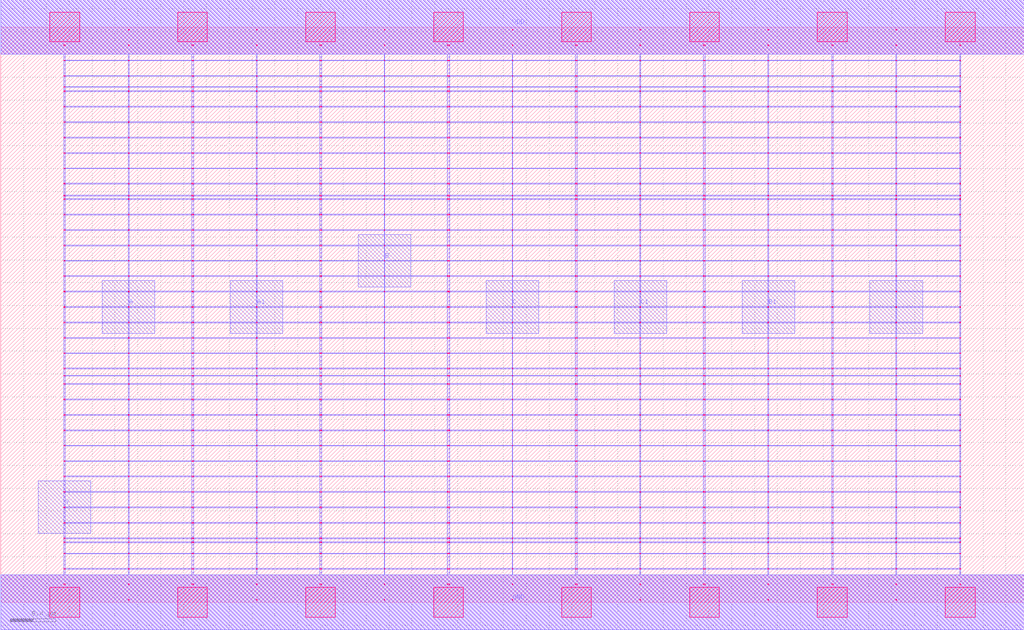
<source format=lef>
MACRO AAAOI222_DEBUG
 CLASS CORE ;
 FOREIGN AAAOI222_DEBUG 0 0 ;
 SIZE 8.96 BY 5.04 ;
 ORIGIN 0 0 ;
 SYMMETRY X Y R90 ;
 SITE unit ;
  PIN VDD
   DIRECTION INOUT ;
   USE SIGNAL ;
   SHAPE ABUTMENT ;
    PORT
     CLASS CORE ;
       LAYER met1 ;
        RECT 0.00000000 4.80000000 8.96000000 5.28000000 ;
       LAYER met2 ;
        RECT 0.00000000 4.80000000 8.96000000 5.28000000 ;
    END
  END VDD

  PIN GND
   DIRECTION INOUT ;
   USE SIGNAL ;
   SHAPE ABUTMENT ;
    PORT
     CLASS CORE ;
       LAYER met1 ;
        RECT 0.00000000 -0.24000000 8.96000000 0.24000000 ;
       LAYER met2 ;
        RECT 0.00000000 -0.24000000 8.96000000 0.24000000 ;
    END
  END GND

  PIN Y
   DIRECTION INOUT ;
   USE SIGNAL ;
   SHAPE ABUTMENT ;
    PORT
     CLASS CORE ;
       LAYER met2 ;
        RECT 0.33000000 0.60200000 0.79000000 1.06200000 ;
    END
  END Y

  PIN C1
   DIRECTION INOUT ;
   USE SIGNAL ;
   SHAPE ABUTMENT ;
    PORT
     CLASS CORE ;
       LAYER met2 ;
        RECT 5.37000000 2.35700000 5.83000000 2.81700000 ;
    END
  END C1

  PIN B
   DIRECTION INOUT ;
   USE SIGNAL ;
   SHAPE ABUTMENT ;
    PORT
     CLASS CORE ;
       LAYER met2 ;
        RECT 7.61000000 2.35700000 8.07000000 2.81700000 ;
       LAYER met2 ;
        RECT 3.13000000 2.76200000 3.59000000 3.22200000 ;
    END
  END B

  PIN C
   DIRECTION INOUT ;
   USE SIGNAL ;
   SHAPE ABUTMENT ;
    PORT
     CLASS CORE ;
       LAYER met2 ;
        RECT 4.25000000 2.35700000 4.71000000 2.81700000 ;
    END
  END C

  PIN A
   DIRECTION INOUT ;
   USE SIGNAL ;
   SHAPE ABUTMENT ;
    PORT
     CLASS CORE ;
       LAYER met2 ;
        RECT 0.89000000 2.35700000 1.35000000 2.81700000 ;
    END
  END A

  PIN A1
   DIRECTION INOUT ;
   USE SIGNAL ;
   SHAPE ABUTMENT ;
    PORT
     CLASS CORE ;
       LAYER met2 ;
        RECT 2.01000000 2.35700000 2.47000000 2.81700000 ;
    END
  END A1

  PIN B1
   DIRECTION INOUT ;
   USE SIGNAL ;
   SHAPE ABUTMENT ;
    PORT
     CLASS CORE ;
       LAYER met2 ;
        RECT 6.49000000 2.35700000 6.95000000 2.81700000 ;
    END
  END B1

 OBS
    LAYER polycont ;
     RECT 4.47600000 2.58300000 4.48400000 2.59100000 ;
     RECT 4.47600000 2.71800000 4.48400000 2.72600000 ;
     RECT 4.47600000 2.85300000 4.48400000 2.86100000 ;
     RECT 4.47600000 2.98800000 4.48400000 2.99600000 ;
     RECT 6.71600000 2.58300000 6.72400000 2.59100000 ;
     RECT 7.27600000 2.58300000 7.28900000 2.59100000 ;
     RECT 7.83600000 2.58300000 7.84400000 2.59100000 ;
     RECT 8.39600000 2.58300000 8.40400000 2.59100000 ;
     RECT 5.03100000 2.58300000 5.04900000 2.59100000 ;
     RECT 5.03100000 2.71800000 5.04900000 2.72600000 ;
     RECT 5.59600000 2.71800000 5.60400000 2.72600000 ;
     RECT 6.15100000 2.71800000 6.16900000 2.72600000 ;
     RECT 6.71600000 2.71800000 6.72400000 2.72600000 ;
     RECT 7.27600000 2.71800000 7.28900000 2.72600000 ;
     RECT 7.83600000 2.71800000 7.84400000 2.72600000 ;
     RECT 8.39600000 2.71800000 8.40400000 2.72600000 ;
     RECT 5.59600000 2.58300000 5.60400000 2.59100000 ;
     RECT 5.03100000 2.85300000 5.04900000 2.86100000 ;
     RECT 5.59600000 2.85300000 5.60400000 2.86100000 ;
     RECT 6.15100000 2.85300000 6.16900000 2.86100000 ;
     RECT 6.71600000 2.85300000 6.72400000 2.86100000 ;
     RECT 7.27600000 2.85300000 7.28900000 2.86100000 ;
     RECT 7.83600000 2.85300000 7.84400000 2.86100000 ;
     RECT 8.39600000 2.85300000 8.40400000 2.86100000 ;
     RECT 6.15100000 2.58300000 6.16900000 2.59100000 ;
     RECT 5.03100000 2.98800000 5.04900000 2.99600000 ;
     RECT 5.59600000 2.98800000 5.60400000 2.99600000 ;
     RECT 6.15100000 2.98800000 6.16900000 2.99600000 ;
     RECT 6.71600000 2.98800000 6.72400000 2.99600000 ;
     RECT 7.27600000 2.98800000 7.28900000 2.99600000 ;
     RECT 7.83600000 2.98800000 7.84400000 2.99600000 ;
     RECT 8.39600000 2.98800000 8.40400000 2.99600000 ;
     RECT 7.83600000 3.12300000 7.84400000 3.13100000 ;
     RECT 8.39600000 3.12300000 8.40400000 3.13100000 ;
     RECT 7.83600000 3.25800000 7.84400000 3.26600000 ;
     RECT 8.39600000 3.25800000 8.40400000 3.26600000 ;
     RECT 7.83600000 3.39300000 7.84400000 3.40100000 ;
     RECT 8.39600000 3.39300000 8.40400000 3.40100000 ;
     RECT 7.83600000 3.52800000 7.84400000 3.53600000 ;
     RECT 8.39600000 3.52800000 8.40400000 3.53600000 ;
     RECT 7.83600000 3.56100000 7.84400000 3.56900000 ;
     RECT 8.39600000 3.56100000 8.40400000 3.56900000 ;
     RECT 7.83600000 3.66300000 7.84400000 3.67100000 ;
     RECT 8.39600000 3.66300000 8.40400000 3.67100000 ;
     RECT 7.83600000 3.79800000 7.84400000 3.80600000 ;
     RECT 8.39600000 3.79800000 8.40400000 3.80600000 ;
     RECT 7.83600000 3.93300000 7.84400000 3.94100000 ;
     RECT 8.39600000 3.93300000 8.40400000 3.94100000 ;
     RECT 7.83600000 4.06800000 7.84400000 4.07600000 ;
     RECT 8.39600000 4.06800000 8.40400000 4.07600000 ;
     RECT 7.83600000 4.20300000 7.84400000 4.21100000 ;
     RECT 8.39600000 4.20300000 8.40400000 4.21100000 ;
     RECT 7.83600000 4.33800000 7.84400000 4.34600000 ;
     RECT 8.39600000 4.33800000 8.40400000 4.34600000 ;
     RECT 7.83600000 4.47300000 7.84400000 4.48100000 ;
     RECT 8.39600000 4.47300000 8.40400000 4.48100000 ;
     RECT 7.83600000 4.51100000 7.84400000 4.51900000 ;
     RECT 8.39600000 4.51100000 8.40400000 4.51900000 ;
     RECT 7.83600000 4.60800000 7.84400000 4.61600000 ;
     RECT 8.39600000 4.60800000 8.40400000 4.61600000 ;
     RECT 7.83600000 4.74300000 7.84400000 4.75100000 ;
     RECT 8.39600000 4.74300000 8.40400000 4.75100000 ;
     RECT 7.83600000 4.87800000 7.84400000 4.88600000 ;
     RECT 8.39600000 4.87800000 8.40400000 4.88600000 ;
     RECT 3.91100000 2.85300000 3.92900000 2.86100000 ;
     RECT 1.11600000 2.71800000 1.12400000 2.72600000 ;
     RECT 1.67100000 2.71800000 1.68900000 2.72600000 ;
     RECT 2.23600000 2.71800000 2.24400000 2.72600000 ;
     RECT 2.79100000 2.71800000 2.80900000 2.72600000 ;
     RECT 3.35600000 2.71800000 3.36400000 2.72600000 ;
     RECT 3.91100000 2.71800000 3.92900000 2.72600000 ;
     RECT 1.11600000 2.58300000 1.12400000 2.59100000 ;
     RECT 1.67100000 2.58300000 1.68900000 2.59100000 ;
     RECT 0.55100000 2.98800000 0.56400000 2.99600000 ;
     RECT 1.11600000 2.98800000 1.12400000 2.99600000 ;
     RECT 1.67100000 2.98800000 1.68900000 2.99600000 ;
     RECT 2.23600000 2.98800000 2.24400000 2.99600000 ;
     RECT 2.79100000 2.98800000 2.80900000 2.99600000 ;
     RECT 3.35600000 2.98800000 3.36400000 2.99600000 ;
     RECT 3.91100000 2.98800000 3.92900000 2.99600000 ;
     RECT 2.23600000 2.58300000 2.24400000 2.59100000 ;
     RECT 2.79100000 2.58300000 2.80900000 2.59100000 ;
     RECT 3.35600000 2.58300000 3.36400000 2.59100000 ;
     RECT 3.91100000 2.58300000 3.92900000 2.59100000 ;
     RECT 0.55100000 2.58300000 0.56400000 2.59100000 ;
     RECT 0.55100000 2.71800000 0.56400000 2.72600000 ;
     RECT 0.55100000 2.85300000 0.56400000 2.86100000 ;
     RECT 1.11600000 2.85300000 1.12400000 2.86100000 ;
     RECT 1.67100000 2.85300000 1.68900000 2.86100000 ;
     RECT 2.23600000 2.85300000 2.24400000 2.86100000 ;
     RECT 2.79100000 2.85300000 2.80900000 2.86100000 ;
     RECT 3.35600000 2.85300000 3.36400000 2.86100000 ;
     RECT 3.35600000 1.63800000 3.36400000 1.64600000 ;
     RECT 3.35600000 1.77300000 3.36400000 1.78100000 ;
     RECT 3.35600000 1.90800000 3.36400000 1.91600000 ;
     RECT 3.35600000 1.98100000 3.36400000 1.98900000 ;
     RECT 3.35600000 2.04300000 3.36400000 2.05100000 ;
     RECT 3.35600000 2.17800000 3.36400000 2.18600000 ;
     RECT 3.35600000 2.31300000 3.36400000 2.32100000 ;
     RECT 3.35600000 2.44800000 3.36400000 2.45600000 ;
     RECT 3.35600000 0.15300000 3.36400000 0.16100000 ;
     RECT 3.35600000 0.28800000 3.36400000 0.29600000 ;
     RECT 3.35600000 0.42300000 3.36400000 0.43100000 ;
     RECT 3.35600000 0.52100000 3.36400000 0.52900000 ;
     RECT 3.35600000 0.55800000 3.36400000 0.56600000 ;
     RECT 3.35600000 0.69300000 3.36400000 0.70100000 ;
     RECT 3.35600000 0.82800000 3.36400000 0.83600000 ;
     RECT 3.35600000 0.96300000 3.36400000 0.97100000 ;
     RECT 3.35600000 1.09800000 3.36400000 1.10600000 ;
     RECT 3.35600000 1.23300000 3.36400000 1.24100000 ;
     RECT 3.35600000 1.36800000 3.36400000 1.37600000 ;
     RECT 3.35600000 1.50300000 3.36400000 1.51100000 ;

    LAYER pdiffc ;
     RECT 0.55100000 3.39300000 0.55900000 3.40100000 ;
     RECT 7.28100000 3.39300000 7.28900000 3.40100000 ;
     RECT 0.55100000 3.52800000 0.55900000 3.53600000 ;
     RECT 7.28100000 3.52800000 7.28900000 3.53600000 ;
     RECT 0.55100000 3.56100000 0.55900000 3.56900000 ;
     RECT 7.28100000 3.56100000 7.28900000 3.56900000 ;
     RECT 0.55100000 3.66300000 0.55900000 3.67100000 ;
     RECT 7.28100000 3.66300000 7.28900000 3.67100000 ;
     RECT 0.55100000 3.79800000 0.55900000 3.80600000 ;
     RECT 7.28100000 3.79800000 7.28900000 3.80600000 ;
     RECT 0.55100000 3.93300000 0.55900000 3.94100000 ;
     RECT 7.28100000 3.93300000 7.28900000 3.94100000 ;
     RECT 0.55100000 4.06800000 0.55900000 4.07600000 ;
     RECT 7.28100000 4.06800000 7.28900000 4.07600000 ;
     RECT 0.55100000 4.20300000 0.55900000 4.21100000 ;
     RECT 7.28100000 4.20300000 7.28900000 4.21100000 ;
     RECT 0.55100000 4.33800000 0.55900000 4.34600000 ;
     RECT 7.28100000 4.33800000 7.28900000 4.34600000 ;
     RECT 0.55100000 4.47300000 0.55900000 4.48100000 ;
     RECT 7.28100000 4.47300000 7.28900000 4.48100000 ;
     RECT 0.55100000 4.51100000 0.55900000 4.51900000 ;
     RECT 7.28100000 4.51100000 7.28900000 4.51900000 ;
     RECT 0.55100000 4.60800000 0.55900000 4.61600000 ;
     RECT 7.28100000 4.60800000 7.28900000 4.61600000 ;

    LAYER ndiffc ;
     RECT 5.03100000 0.42300000 5.04900000 0.43100000 ;
     RECT 6.15100000 0.42300000 6.16900000 0.43100000 ;
     RECT 7.27600000 0.42300000 7.28900000 0.43100000 ;
     RECT 8.39600000 0.42300000 8.40400000 0.43100000 ;
     RECT 5.03100000 0.52100000 5.04900000 0.52900000 ;
     RECT 6.15100000 0.52100000 6.16900000 0.52900000 ;
     RECT 7.27600000 0.52100000 7.28900000 0.52900000 ;
     RECT 8.39600000 0.52100000 8.40400000 0.52900000 ;
     RECT 5.03100000 0.55800000 5.04900000 0.56600000 ;
     RECT 6.15100000 0.55800000 6.16900000 0.56600000 ;
     RECT 7.27600000 0.55800000 7.28900000 0.56600000 ;
     RECT 8.39600000 0.55800000 8.40400000 0.56600000 ;
     RECT 5.03100000 0.69300000 5.04900000 0.70100000 ;
     RECT 6.15100000 0.69300000 6.16900000 0.70100000 ;
     RECT 7.27600000 0.69300000 7.28900000 0.70100000 ;
     RECT 8.39600000 0.69300000 8.40400000 0.70100000 ;
     RECT 5.03100000 0.82800000 5.04900000 0.83600000 ;
     RECT 6.15100000 0.82800000 6.16900000 0.83600000 ;
     RECT 7.27600000 0.82800000 7.28900000 0.83600000 ;
     RECT 8.39600000 0.82800000 8.40400000 0.83600000 ;
     RECT 5.03100000 0.96300000 5.04900000 0.97100000 ;
     RECT 6.15100000 0.96300000 6.16900000 0.97100000 ;
     RECT 7.27600000 0.96300000 7.28900000 0.97100000 ;
     RECT 8.39600000 0.96300000 8.40400000 0.97100000 ;
     RECT 5.03100000 1.09800000 5.04900000 1.10600000 ;
     RECT 6.15100000 1.09800000 6.16900000 1.10600000 ;
     RECT 7.27600000 1.09800000 7.28900000 1.10600000 ;
     RECT 8.39600000 1.09800000 8.40400000 1.10600000 ;
     RECT 5.03100000 1.23300000 5.04900000 1.24100000 ;
     RECT 6.15100000 1.23300000 6.16900000 1.24100000 ;
     RECT 7.27600000 1.23300000 7.28900000 1.24100000 ;
     RECT 8.39600000 1.23300000 8.40400000 1.24100000 ;
     RECT 5.03100000 1.36800000 5.04900000 1.37600000 ;
     RECT 6.15100000 1.36800000 6.16900000 1.37600000 ;
     RECT 7.27600000 1.36800000 7.28900000 1.37600000 ;
     RECT 8.39600000 1.36800000 8.40400000 1.37600000 ;
     RECT 5.03100000 1.50300000 5.04900000 1.51100000 ;
     RECT 6.15100000 1.50300000 6.16900000 1.51100000 ;
     RECT 7.27600000 1.50300000 7.28900000 1.51100000 ;
     RECT 8.39600000 1.50300000 8.40400000 1.51100000 ;
     RECT 5.03100000 1.63800000 5.04900000 1.64600000 ;
     RECT 6.15100000 1.63800000 6.16900000 1.64600000 ;
     RECT 7.27600000 1.63800000 7.28900000 1.64600000 ;
     RECT 8.39600000 1.63800000 8.40400000 1.64600000 ;
     RECT 5.03100000 1.77300000 5.04900000 1.78100000 ;
     RECT 6.15100000 1.77300000 6.16900000 1.78100000 ;
     RECT 7.27600000 1.77300000 7.28900000 1.78100000 ;
     RECT 8.39600000 1.77300000 8.40400000 1.78100000 ;
     RECT 5.03100000 1.90800000 5.04900000 1.91600000 ;
     RECT 6.15100000 1.90800000 6.16900000 1.91600000 ;
     RECT 7.27600000 1.90800000 7.28900000 1.91600000 ;
     RECT 8.39600000 1.90800000 8.40400000 1.91600000 ;
     RECT 5.03100000 1.98100000 5.04900000 1.98900000 ;
     RECT 6.15100000 1.98100000 6.16900000 1.98900000 ;
     RECT 7.27600000 1.98100000 7.28900000 1.98900000 ;
     RECT 8.39600000 1.98100000 8.40400000 1.98900000 ;
     RECT 5.03100000 2.04300000 5.04900000 2.05100000 ;
     RECT 6.15100000 2.04300000 6.16900000 2.05100000 ;
     RECT 7.27600000 2.04300000 7.28900000 2.05100000 ;
     RECT 8.39600000 2.04300000 8.40400000 2.05100000 ;
     RECT 0.55100000 0.42300000 0.56400000 0.43100000 ;
     RECT 1.67100000 0.42300000 1.68900000 0.43100000 ;
     RECT 2.79100000 0.42300000 2.80900000 0.43100000 ;
     RECT 3.91100000 0.42300000 3.92900000 0.43100000 ;
     RECT 0.55100000 1.36800000 0.56400000 1.37600000 ;
     RECT 1.67100000 1.36800000 1.68900000 1.37600000 ;
     RECT 2.79100000 1.36800000 2.80900000 1.37600000 ;
     RECT 3.91100000 1.36800000 3.92900000 1.37600000 ;
     RECT 0.55100000 0.82800000 0.56400000 0.83600000 ;
     RECT 1.67100000 0.82800000 1.68900000 0.83600000 ;
     RECT 2.79100000 0.82800000 2.80900000 0.83600000 ;
     RECT 3.91100000 0.82800000 3.92900000 0.83600000 ;
     RECT 0.55100000 1.50300000 0.56400000 1.51100000 ;
     RECT 1.67100000 1.50300000 1.68900000 1.51100000 ;
     RECT 2.79100000 1.50300000 2.80900000 1.51100000 ;
     RECT 3.91100000 1.50300000 3.92900000 1.51100000 ;
     RECT 0.55100000 0.55800000 0.56400000 0.56600000 ;
     RECT 1.67100000 0.55800000 1.68900000 0.56600000 ;
     RECT 2.79100000 0.55800000 2.80900000 0.56600000 ;
     RECT 3.91100000 0.55800000 3.92900000 0.56600000 ;
     RECT 0.55100000 1.63800000 0.56400000 1.64600000 ;
     RECT 1.67100000 1.63800000 1.68900000 1.64600000 ;
     RECT 2.79100000 1.63800000 2.80900000 1.64600000 ;
     RECT 3.91100000 1.63800000 3.92900000 1.64600000 ;
     RECT 0.55100000 0.96300000 0.56400000 0.97100000 ;
     RECT 1.67100000 0.96300000 1.68900000 0.97100000 ;
     RECT 2.79100000 0.96300000 2.80900000 0.97100000 ;
     RECT 3.91100000 0.96300000 3.92900000 0.97100000 ;
     RECT 0.55100000 1.77300000 0.56400000 1.78100000 ;
     RECT 1.67100000 1.77300000 1.68900000 1.78100000 ;
     RECT 2.79100000 1.77300000 2.80900000 1.78100000 ;
     RECT 3.91100000 1.77300000 3.92900000 1.78100000 ;
     RECT 0.55100000 0.52100000 0.56400000 0.52900000 ;
     RECT 1.67100000 0.52100000 1.68900000 0.52900000 ;
     RECT 2.79100000 0.52100000 2.80900000 0.52900000 ;
     RECT 3.91100000 0.52100000 3.92900000 0.52900000 ;
     RECT 0.55100000 1.90800000 0.56400000 1.91600000 ;
     RECT 1.67100000 1.90800000 1.68900000 1.91600000 ;
     RECT 2.79100000 1.90800000 2.80900000 1.91600000 ;
     RECT 3.91100000 1.90800000 3.92900000 1.91600000 ;
     RECT 0.55100000 1.09800000 0.56400000 1.10600000 ;
     RECT 1.67100000 1.09800000 1.68900000 1.10600000 ;
     RECT 2.79100000 1.09800000 2.80900000 1.10600000 ;
     RECT 3.91100000 1.09800000 3.92900000 1.10600000 ;
     RECT 0.55100000 1.98100000 0.56400000 1.98900000 ;
     RECT 1.67100000 1.98100000 1.68900000 1.98900000 ;
     RECT 2.79100000 1.98100000 2.80900000 1.98900000 ;
     RECT 3.91100000 1.98100000 3.92900000 1.98900000 ;
     RECT 0.55100000 0.69300000 0.56400000 0.70100000 ;
     RECT 1.67100000 0.69300000 1.68900000 0.70100000 ;
     RECT 2.79100000 0.69300000 2.80900000 0.70100000 ;
     RECT 3.91100000 0.69300000 3.92900000 0.70100000 ;
     RECT 0.55100000 2.04300000 0.56400000 2.05100000 ;
     RECT 1.67100000 2.04300000 1.68900000 2.05100000 ;
     RECT 2.79100000 2.04300000 2.80900000 2.05100000 ;
     RECT 3.91100000 2.04300000 3.92900000 2.05100000 ;
     RECT 0.55100000 1.23300000 0.56400000 1.24100000 ;
     RECT 1.67100000 1.23300000 1.68900000 1.24100000 ;
     RECT 2.79100000 1.23300000 2.80900000 1.24100000 ;
     RECT 3.91100000 1.23300000 3.92900000 1.24100000 ;

    LAYER met1 ;
     RECT 0.00000000 -0.24000000 8.96000000 0.24000000 ;
     RECT 4.47600000 0.24000000 4.48400000 0.28800000 ;
     RECT 0.55100000 0.28800000 8.40400000 0.29600000 ;
     RECT 4.47600000 0.29600000 4.48400000 0.42300000 ;
     RECT 0.55100000 0.42300000 8.40400000 0.43100000 ;
     RECT 4.47600000 0.43100000 4.48400000 0.52100000 ;
     RECT 0.55100000 0.52100000 8.40400000 0.52900000 ;
     RECT 4.47600000 0.52900000 4.48400000 0.55800000 ;
     RECT 0.55100000 0.55800000 8.40400000 0.56600000 ;
     RECT 4.47600000 0.56600000 4.48400000 0.69300000 ;
     RECT 0.55100000 0.69300000 8.40400000 0.70100000 ;
     RECT 4.47600000 0.70100000 4.48400000 0.82800000 ;
     RECT 0.55100000 0.82800000 8.40400000 0.83600000 ;
     RECT 4.47600000 0.83600000 4.48400000 0.96300000 ;
     RECT 0.55100000 0.96300000 8.40400000 0.97100000 ;
     RECT 4.47600000 0.97100000 4.48400000 1.09800000 ;
     RECT 0.55100000 1.09800000 8.40400000 1.10600000 ;
     RECT 4.47600000 1.10600000 4.48400000 1.23300000 ;
     RECT 0.55100000 1.23300000 8.40400000 1.24100000 ;
     RECT 4.47600000 1.24100000 4.48400000 1.36800000 ;
     RECT 0.55100000 1.36800000 8.40400000 1.37600000 ;
     RECT 4.47600000 1.37600000 4.48400000 1.50300000 ;
     RECT 0.55100000 1.50300000 8.40400000 1.51100000 ;
     RECT 4.47600000 1.51100000 4.48400000 1.63800000 ;
     RECT 0.55100000 1.63800000 8.40400000 1.64600000 ;
     RECT 4.47600000 1.64600000 4.48400000 1.77300000 ;
     RECT 0.55100000 1.77300000 8.40400000 1.78100000 ;
     RECT 4.47600000 1.78100000 4.48400000 1.90800000 ;
     RECT 0.55100000 1.90800000 8.40400000 1.91600000 ;
     RECT 4.47600000 1.91600000 4.48400000 1.98100000 ;
     RECT 0.55100000 1.98100000 8.40400000 1.98900000 ;
     RECT 4.47600000 1.98900000 4.48400000 2.04300000 ;
     RECT 0.55100000 2.04300000 8.40400000 2.05100000 ;
     RECT 4.47600000 2.05100000 4.48400000 2.17800000 ;
     RECT 0.55100000 2.17800000 8.40400000 2.18600000 ;
     RECT 4.47600000 2.18600000 4.48400000 2.31300000 ;
     RECT 0.55100000 2.31300000 8.40400000 2.32100000 ;
     RECT 4.47600000 2.32100000 4.48400000 2.44800000 ;
     RECT 0.55100000 2.44800000 8.40400000 2.45600000 ;
     RECT 0.55100000 2.45600000 0.56400000 2.58300000 ;
     RECT 1.11600000 2.45600000 1.12400000 2.58300000 ;
     RECT 1.67100000 2.45600000 1.68900000 2.58300000 ;
     RECT 2.23600000 2.45600000 2.24400000 2.58300000 ;
     RECT 2.79100000 2.45600000 2.80900000 2.58300000 ;
     RECT 3.35600000 2.45600000 3.36400000 2.58300000 ;
     RECT 3.91100000 2.45600000 3.92900000 2.58300000 ;
     RECT 4.47600000 2.45600000 4.48400000 2.58300000 ;
     RECT 5.03100000 2.45600000 5.04900000 2.58300000 ;
     RECT 5.59600000 2.45600000 5.60400000 2.58300000 ;
     RECT 6.15100000 2.45600000 6.16900000 2.58300000 ;
     RECT 6.71600000 2.45600000 6.72400000 2.58300000 ;
     RECT 7.27600000 2.45600000 7.28900000 2.58300000 ;
     RECT 7.83600000 2.45600000 7.84400000 2.58300000 ;
     RECT 8.39600000 2.45600000 8.40400000 2.58300000 ;
     RECT 0.55100000 2.58300000 8.40400000 2.59100000 ;
     RECT 4.47600000 2.59100000 4.48400000 2.71800000 ;
     RECT 0.55100000 2.71800000 8.40400000 2.72600000 ;
     RECT 4.47600000 2.72600000 4.48400000 2.85300000 ;
     RECT 0.55100000 2.85300000 8.40400000 2.86100000 ;
     RECT 4.47600000 2.86100000 4.48400000 2.98800000 ;
     RECT 0.55100000 2.98800000 8.40400000 2.99600000 ;
     RECT 4.47600000 2.99600000 4.48400000 3.12300000 ;
     RECT 0.55100000 3.12300000 8.40400000 3.13100000 ;
     RECT 4.47600000 3.13100000 4.48400000 3.25800000 ;
     RECT 0.55100000 3.25800000 8.40400000 3.26600000 ;
     RECT 4.47600000 3.26600000 4.48400000 3.39300000 ;
     RECT 0.55100000 3.39300000 8.40400000 3.40100000 ;
     RECT 4.47600000 3.40100000 4.48400000 3.52800000 ;
     RECT 0.55100000 3.52800000 8.40400000 3.53600000 ;
     RECT 4.47600000 3.53600000 4.48400000 3.56100000 ;
     RECT 0.55100000 3.56100000 8.40400000 3.56900000 ;
     RECT 4.47600000 3.56900000 4.48400000 3.66300000 ;
     RECT 0.55100000 3.66300000 8.40400000 3.67100000 ;
     RECT 4.47600000 3.67100000 4.48400000 3.79800000 ;
     RECT 0.55100000 3.79800000 8.40400000 3.80600000 ;
     RECT 4.47600000 3.80600000 4.48400000 3.93300000 ;
     RECT 0.55100000 3.93300000 8.40400000 3.94100000 ;
     RECT 4.47600000 3.94100000 4.48400000 4.06800000 ;
     RECT 0.55100000 4.06800000 8.40400000 4.07600000 ;
     RECT 4.47600000 4.07600000 4.48400000 4.20300000 ;
     RECT 0.55100000 4.20300000 8.40400000 4.21100000 ;
     RECT 4.47600000 4.21100000 4.48400000 4.33800000 ;
     RECT 0.55100000 4.33800000 8.40400000 4.34600000 ;
     RECT 4.47600000 4.34600000 4.48400000 4.47300000 ;
     RECT 0.55100000 4.47300000 8.40400000 4.48100000 ;
     RECT 4.47600000 4.48100000 4.48400000 4.51100000 ;
     RECT 0.55100000 4.51100000 8.40400000 4.51900000 ;
     RECT 4.47600000 4.51900000 4.48400000 4.60800000 ;
     RECT 0.55100000 4.60800000 8.40400000 4.61600000 ;
     RECT 4.47600000 4.61600000 4.48400000 4.74300000 ;
     RECT 0.55100000 4.74300000 8.40400000 4.75100000 ;
     RECT 4.47600000 4.75100000 4.48400000 4.80000000 ;
     RECT 0.00000000 4.80000000 8.96000000 5.28000000 ;
     RECT 6.71600000 3.13100000 6.72400000 3.25800000 ;
     RECT 6.71600000 3.26600000 6.72400000 3.39300000 ;
     RECT 6.71600000 3.40100000 6.72400000 3.52800000 ;
     RECT 6.71600000 2.72600000 6.72400000 2.85300000 ;
     RECT 6.71600000 3.53600000 6.72400000 3.56100000 ;
     RECT 6.71600000 3.56900000 6.72400000 3.66300000 ;
     RECT 6.71600000 2.59100000 6.72400000 2.71800000 ;
     RECT 6.71600000 3.67100000 6.72400000 3.79800000 ;
     RECT 5.03100000 3.80600000 5.04900000 3.93300000 ;
     RECT 5.59600000 3.80600000 5.60400000 3.93300000 ;
     RECT 6.15100000 3.80600000 6.16900000 3.93300000 ;
     RECT 6.71600000 3.80600000 6.72400000 3.93300000 ;
     RECT 7.27600000 3.80600000 7.28900000 3.93300000 ;
     RECT 7.83600000 3.80600000 7.84400000 3.93300000 ;
     RECT 8.39600000 3.80600000 8.40400000 3.93300000 ;
     RECT 6.71600000 2.86100000 6.72400000 2.98800000 ;
     RECT 6.71600000 3.94100000 6.72400000 4.06800000 ;
     RECT 6.71600000 4.07600000 6.72400000 4.20300000 ;
     RECT 6.71600000 4.21100000 6.72400000 4.33800000 ;
     RECT 6.71600000 4.34600000 6.72400000 4.47300000 ;
     RECT 6.71600000 4.48100000 6.72400000 4.51100000 ;
     RECT 6.71600000 2.99600000 6.72400000 3.12300000 ;
     RECT 6.71600000 4.51900000 6.72400000 4.60800000 ;
     RECT 6.71600000 4.61600000 6.72400000 4.74300000 ;
     RECT 6.71600000 4.75100000 6.72400000 4.80000000 ;
     RECT 7.27600000 4.21100000 7.28900000 4.33800000 ;
     RECT 7.83600000 4.21100000 7.84400000 4.33800000 ;
     RECT 8.39600000 4.21100000 8.40400000 4.33800000 ;
     RECT 8.39600000 3.94100000 8.40400000 4.06800000 ;
     RECT 7.27600000 4.34600000 7.28900000 4.47300000 ;
     RECT 7.83600000 4.34600000 7.84400000 4.47300000 ;
     RECT 8.39600000 4.34600000 8.40400000 4.47300000 ;
     RECT 7.27600000 3.94100000 7.28900000 4.06800000 ;
     RECT 7.27600000 4.48100000 7.28900000 4.51100000 ;
     RECT 7.83600000 4.48100000 7.84400000 4.51100000 ;
     RECT 8.39600000 4.48100000 8.40400000 4.51100000 ;
     RECT 7.27600000 4.07600000 7.28900000 4.20300000 ;
     RECT 7.83600000 4.07600000 7.84400000 4.20300000 ;
     RECT 7.27600000 4.51900000 7.28900000 4.60800000 ;
     RECT 7.83600000 4.51900000 7.84400000 4.60800000 ;
     RECT 8.39600000 4.51900000 8.40400000 4.60800000 ;
     RECT 8.39600000 4.07600000 8.40400000 4.20300000 ;
     RECT 7.27600000 4.61600000 7.28900000 4.74300000 ;
     RECT 7.83600000 4.61600000 7.84400000 4.74300000 ;
     RECT 8.39600000 4.61600000 8.40400000 4.74300000 ;
     RECT 7.83600000 3.94100000 7.84400000 4.06800000 ;
     RECT 7.27600000 4.75100000 7.28900000 4.80000000 ;
     RECT 7.83600000 4.75100000 7.84400000 4.80000000 ;
     RECT 8.39600000 4.75100000 8.40400000 4.80000000 ;
     RECT 6.15100000 4.07600000 6.16900000 4.20300000 ;
     RECT 5.59600000 3.94100000 5.60400000 4.06800000 ;
     RECT 6.15100000 3.94100000 6.16900000 4.06800000 ;
     RECT 5.03100000 4.51900000 5.04900000 4.60800000 ;
     RECT 5.59600000 4.51900000 5.60400000 4.60800000 ;
     RECT 6.15100000 4.51900000 6.16900000 4.60800000 ;
     RECT 5.03100000 4.34600000 5.04900000 4.47300000 ;
     RECT 5.59600000 4.34600000 5.60400000 4.47300000 ;
     RECT 6.15100000 4.34600000 6.16900000 4.47300000 ;
     RECT 5.03100000 3.94100000 5.04900000 4.06800000 ;
     RECT 5.03100000 4.61600000 5.04900000 4.74300000 ;
     RECT 5.59600000 4.61600000 5.60400000 4.74300000 ;
     RECT 6.15100000 4.61600000 6.16900000 4.74300000 ;
     RECT 5.03100000 4.07600000 5.04900000 4.20300000 ;
     RECT 5.03100000 4.21100000 5.04900000 4.33800000 ;
     RECT 5.59600000 4.21100000 5.60400000 4.33800000 ;
     RECT 5.03100000 4.48100000 5.04900000 4.51100000 ;
     RECT 5.03100000 4.75100000 5.04900000 4.80000000 ;
     RECT 5.59600000 4.75100000 5.60400000 4.80000000 ;
     RECT 6.15100000 4.75100000 6.16900000 4.80000000 ;
     RECT 5.59600000 4.48100000 5.60400000 4.51100000 ;
     RECT 6.15100000 4.48100000 6.16900000 4.51100000 ;
     RECT 6.15100000 4.21100000 6.16900000 4.33800000 ;
     RECT 5.59600000 4.07600000 5.60400000 4.20300000 ;
     RECT 5.03100000 3.56900000 5.04900000 3.66300000 ;
     RECT 5.59600000 3.56900000 5.60400000 3.66300000 ;
     RECT 6.15100000 3.56900000 6.16900000 3.66300000 ;
     RECT 5.03100000 3.26600000 5.04900000 3.39300000 ;
     RECT 6.15100000 2.59100000 6.16900000 2.71800000 ;
     RECT 5.59600000 3.26600000 5.60400000 3.39300000 ;
     RECT 5.03100000 3.67100000 5.04900000 3.79800000 ;
     RECT 5.59600000 3.67100000 5.60400000 3.79800000 ;
     RECT 6.15100000 3.67100000 6.16900000 3.79800000 ;
     RECT 6.15100000 3.26600000 6.16900000 3.39300000 ;
     RECT 5.03100000 2.86100000 5.04900000 2.98800000 ;
     RECT 5.59600000 2.86100000 5.60400000 2.98800000 ;
     RECT 6.15100000 3.13100000 6.16900000 3.25800000 ;
     RECT 5.59600000 2.72600000 5.60400000 2.85300000 ;
     RECT 6.15100000 2.72600000 6.16900000 2.85300000 ;
     RECT 5.03100000 3.40100000 5.04900000 3.52800000 ;
     RECT 5.59600000 3.40100000 5.60400000 3.52800000 ;
     RECT 5.03100000 2.99600000 5.04900000 3.12300000 ;
     RECT 6.15100000 3.40100000 6.16900000 3.52800000 ;
     RECT 5.59600000 3.13100000 5.60400000 3.25800000 ;
     RECT 6.15100000 2.86100000 6.16900000 2.98800000 ;
     RECT 5.03100000 2.59100000 5.04900000 2.71800000 ;
     RECT 5.59600000 2.59100000 5.60400000 2.71800000 ;
     RECT 5.03100000 3.53600000 5.04900000 3.56100000 ;
     RECT 5.59600000 3.53600000 5.60400000 3.56100000 ;
     RECT 6.15100000 3.53600000 6.16900000 3.56100000 ;
     RECT 5.59600000 2.99600000 5.60400000 3.12300000 ;
     RECT 6.15100000 2.99600000 6.16900000 3.12300000 ;
     RECT 5.03100000 2.72600000 5.04900000 2.85300000 ;
     RECT 5.03100000 3.13100000 5.04900000 3.25800000 ;
     RECT 7.83600000 2.72600000 7.84400000 2.85300000 ;
     RECT 8.39600000 2.86100000 8.40400000 2.98800000 ;
     RECT 7.27600000 2.59100000 7.28900000 2.71800000 ;
     RECT 7.27600000 2.99600000 7.28900000 3.12300000 ;
     RECT 8.39600000 2.72600000 8.40400000 2.85300000 ;
     RECT 8.39600000 3.26600000 8.40400000 3.39300000 ;
     RECT 7.27600000 3.40100000 7.28900000 3.52800000 ;
     RECT 7.83600000 3.40100000 7.84400000 3.52800000 ;
     RECT 8.39600000 3.40100000 8.40400000 3.52800000 ;
     RECT 7.27600000 3.56900000 7.28900000 3.66300000 ;
     RECT 7.83600000 3.56900000 7.84400000 3.66300000 ;
     RECT 7.83600000 2.99600000 7.84400000 3.12300000 ;
     RECT 8.39600000 2.99600000 8.40400000 3.12300000 ;
     RECT 7.83600000 2.59100000 7.84400000 2.71800000 ;
     RECT 8.39600000 3.56900000 8.40400000 3.66300000 ;
     RECT 7.27600000 3.13100000 7.28900000 3.25800000 ;
     RECT 7.27600000 2.72600000 7.28900000 2.85300000 ;
     RECT 7.83600000 3.13100000 7.84400000 3.25800000 ;
     RECT 8.39600000 3.13100000 8.40400000 3.25800000 ;
     RECT 7.27600000 3.26600000 7.28900000 3.39300000 ;
     RECT 8.39600000 2.59100000 8.40400000 2.71800000 ;
     RECT 7.83600000 3.26600000 7.84400000 3.39300000 ;
     RECT 7.27600000 2.86100000 7.28900000 2.98800000 ;
     RECT 7.83600000 2.86100000 7.84400000 2.98800000 ;
     RECT 7.27600000 3.67100000 7.28900000 3.79800000 ;
     RECT 7.83600000 3.67100000 7.84400000 3.79800000 ;
     RECT 8.39600000 3.67100000 8.40400000 3.79800000 ;
     RECT 7.27600000 3.53600000 7.28900000 3.56100000 ;
     RECT 7.83600000 3.53600000 7.84400000 3.56100000 ;
     RECT 8.39600000 3.53600000 8.40400000 3.56100000 ;
     RECT 2.23600000 3.94100000 2.24400000 4.06800000 ;
     RECT 2.23600000 3.40100000 2.24400000 3.52800000 ;
     RECT 2.23600000 4.07600000 2.24400000 4.20300000 ;
     RECT 2.23600000 3.53600000 2.24400000 3.56100000 ;
     RECT 2.23600000 4.21100000 2.24400000 4.33800000 ;
     RECT 2.23600000 2.86100000 2.24400000 2.98800000 ;
     RECT 2.23600000 3.13100000 2.24400000 3.25800000 ;
     RECT 2.23600000 4.34600000 2.24400000 4.47300000 ;
     RECT 2.23600000 3.56900000 2.24400000 3.66300000 ;
     RECT 2.23600000 4.48100000 2.24400000 4.51100000 ;
     RECT 2.23600000 2.72600000 2.24400000 2.85300000 ;
     RECT 2.23600000 4.51900000 2.24400000 4.60800000 ;
     RECT 2.23600000 3.67100000 2.24400000 3.79800000 ;
     RECT 2.23600000 4.61600000 2.24400000 4.74300000 ;
     RECT 2.23600000 3.26600000 2.24400000 3.39300000 ;
     RECT 2.23600000 2.59100000 2.24400000 2.71800000 ;
     RECT 0.55100000 3.80600000 0.56400000 3.93300000 ;
     RECT 1.11600000 3.80600000 1.12400000 3.93300000 ;
     RECT 2.23600000 4.75100000 2.24400000 4.80000000 ;
     RECT 1.67100000 3.80600000 1.68900000 3.93300000 ;
     RECT 2.23600000 3.80600000 2.24400000 3.93300000 ;
     RECT 2.79100000 3.80600000 2.80900000 3.93300000 ;
     RECT 3.35600000 3.80600000 3.36400000 3.93300000 ;
     RECT 3.91100000 3.80600000 3.92900000 3.93300000 ;
     RECT 2.23600000 2.99600000 2.24400000 3.12300000 ;
     RECT 2.79100000 3.94100000 2.80900000 4.06800000 ;
     RECT 2.79100000 4.21100000 2.80900000 4.33800000 ;
     RECT 2.79100000 4.51900000 2.80900000 4.60800000 ;
     RECT 3.35600000 4.51900000 3.36400000 4.60800000 ;
     RECT 3.91100000 4.51900000 3.92900000 4.60800000 ;
     RECT 3.35600000 4.21100000 3.36400000 4.33800000 ;
     RECT 3.91100000 4.21100000 3.92900000 4.33800000 ;
     RECT 2.79100000 4.61600000 2.80900000 4.74300000 ;
     RECT 3.35600000 4.61600000 3.36400000 4.74300000 ;
     RECT 3.91100000 4.61600000 3.92900000 4.74300000 ;
     RECT 3.35600000 3.94100000 3.36400000 4.06800000 ;
     RECT 2.79100000 4.07600000 2.80900000 4.20300000 ;
     RECT 3.35600000 4.07600000 3.36400000 4.20300000 ;
     RECT 2.79100000 4.34600000 2.80900000 4.47300000 ;
     RECT 3.35600000 4.34600000 3.36400000 4.47300000 ;
     RECT 2.79100000 4.75100000 2.80900000 4.80000000 ;
     RECT 3.35600000 4.75100000 3.36400000 4.80000000 ;
     RECT 3.91100000 4.75100000 3.92900000 4.80000000 ;
     RECT 3.91100000 4.34600000 3.92900000 4.47300000 ;
     RECT 3.91100000 4.07600000 3.92900000 4.20300000 ;
     RECT 3.91100000 3.94100000 3.92900000 4.06800000 ;
     RECT 2.79100000 4.48100000 2.80900000 4.51100000 ;
     RECT 3.35600000 4.48100000 3.36400000 4.51100000 ;
     RECT 3.91100000 4.48100000 3.92900000 4.51100000 ;
     RECT 0.55100000 4.61600000 0.56400000 4.74300000 ;
     RECT 1.11600000 4.61600000 1.12400000 4.74300000 ;
     RECT 1.67100000 4.61600000 1.68900000 4.74300000 ;
     RECT 1.67100000 4.07600000 1.68900000 4.20300000 ;
     RECT 1.67100000 3.94100000 1.68900000 4.06800000 ;
     RECT 0.55100000 4.48100000 0.56400000 4.51100000 ;
     RECT 1.11600000 4.48100000 1.12400000 4.51100000 ;
     RECT 1.67100000 4.48100000 1.68900000 4.51100000 ;
     RECT 0.55100000 3.94100000 0.56400000 4.06800000 ;
     RECT 1.11600000 3.94100000 1.12400000 4.06800000 ;
     RECT 0.55100000 4.07600000 0.56400000 4.20300000 ;
     RECT 0.55100000 4.75100000 0.56400000 4.80000000 ;
     RECT 1.11600000 4.75100000 1.12400000 4.80000000 ;
     RECT 1.67100000 4.75100000 1.68900000 4.80000000 ;
     RECT 1.11600000 4.07600000 1.12400000 4.20300000 ;
     RECT 0.55100000 4.34600000 0.56400000 4.47300000 ;
     RECT 0.55100000 4.51900000 0.56400000 4.60800000 ;
     RECT 1.11600000 4.51900000 1.12400000 4.60800000 ;
     RECT 1.67100000 4.51900000 1.68900000 4.60800000 ;
     RECT 1.11600000 4.34600000 1.12400000 4.47300000 ;
     RECT 1.67100000 4.34600000 1.68900000 4.47300000 ;
     RECT 0.55100000 4.21100000 0.56400000 4.33800000 ;
     RECT 1.11600000 4.21100000 1.12400000 4.33800000 ;
     RECT 1.67100000 4.21100000 1.68900000 4.33800000 ;
     RECT 0.55100000 3.56900000 0.56400000 3.66300000 ;
     RECT 1.11600000 3.26600000 1.12400000 3.39300000 ;
     RECT 1.67100000 3.26600000 1.68900000 3.39300000 ;
     RECT 1.11600000 3.56900000 1.12400000 3.66300000 ;
     RECT 1.67100000 3.56900000 1.68900000 3.66300000 ;
     RECT 0.55100000 2.72600000 0.56400000 2.85300000 ;
     RECT 1.67100000 3.40100000 1.68900000 3.52800000 ;
     RECT 1.11600000 2.72600000 1.12400000 2.85300000 ;
     RECT 0.55100000 2.86100000 0.56400000 2.98800000 ;
     RECT 1.11600000 2.86100000 1.12400000 2.98800000 ;
     RECT 0.55100000 3.13100000 0.56400000 3.25800000 ;
     RECT 1.11600000 3.13100000 1.12400000 3.25800000 ;
     RECT 1.67100000 3.13100000 1.68900000 3.25800000 ;
     RECT 1.67100000 2.72600000 1.68900000 2.85300000 ;
     RECT 1.67100000 2.86100000 1.68900000 2.98800000 ;
     RECT 1.67100000 2.59100000 1.68900000 2.71800000 ;
     RECT 0.55100000 3.26600000 0.56400000 3.39300000 ;
     RECT 0.55100000 3.53600000 0.56400000 3.56100000 ;
     RECT 1.11600000 3.53600000 1.12400000 3.56100000 ;
     RECT 1.67100000 3.53600000 1.68900000 3.56100000 ;
     RECT 0.55100000 3.40100000 0.56400000 3.52800000 ;
     RECT 1.11600000 3.40100000 1.12400000 3.52800000 ;
     RECT 0.55100000 2.59100000 0.56400000 2.71800000 ;
     RECT 1.11600000 2.59100000 1.12400000 2.71800000 ;
     RECT 0.55100000 3.67100000 0.56400000 3.79800000 ;
     RECT 1.11600000 3.67100000 1.12400000 3.79800000 ;
     RECT 0.55100000 2.99600000 0.56400000 3.12300000 ;
     RECT 1.11600000 2.99600000 1.12400000 3.12300000 ;
     RECT 1.67100000 2.99600000 1.68900000 3.12300000 ;
     RECT 1.67100000 3.67100000 1.68900000 3.79800000 ;
     RECT 3.91100000 3.40100000 3.92900000 3.52800000 ;
     RECT 3.91100000 3.13100000 3.92900000 3.25800000 ;
     RECT 2.79100000 2.72600000 2.80900000 2.85300000 ;
     RECT 3.35600000 2.72600000 3.36400000 2.85300000 ;
     RECT 3.91100000 2.72600000 3.92900000 2.85300000 ;
     RECT 2.79100000 2.86100000 2.80900000 2.98800000 ;
     RECT 2.79100000 3.26600000 2.80900000 3.39300000 ;
     RECT 3.35600000 3.26600000 3.36400000 3.39300000 ;
     RECT 3.91100000 3.26600000 3.92900000 3.39300000 ;
     RECT 3.91100000 2.99600000 3.92900000 3.12300000 ;
     RECT 2.79100000 2.59100000 2.80900000 2.71800000 ;
     RECT 3.35600000 2.59100000 3.36400000 2.71800000 ;
     RECT 3.91100000 2.59100000 3.92900000 2.71800000 ;
     RECT 3.35600000 2.99600000 3.36400000 3.12300000 ;
     RECT 2.79100000 3.13100000 2.80900000 3.25800000 ;
     RECT 2.79100000 3.56900000 2.80900000 3.66300000 ;
     RECT 3.35600000 3.56900000 3.36400000 3.66300000 ;
     RECT 3.91100000 3.56900000 3.92900000 3.66300000 ;
     RECT 3.35600000 3.13100000 3.36400000 3.25800000 ;
     RECT 2.79100000 2.99600000 2.80900000 3.12300000 ;
     RECT 2.79100000 3.40100000 2.80900000 3.52800000 ;
     RECT 3.35600000 3.40100000 3.36400000 3.52800000 ;
     RECT 3.35600000 3.53600000 3.36400000 3.56100000 ;
     RECT 2.79100000 3.67100000 2.80900000 3.79800000 ;
     RECT 3.35600000 3.67100000 3.36400000 3.79800000 ;
     RECT 3.91100000 3.67100000 3.92900000 3.79800000 ;
     RECT 3.91100000 3.53600000 3.92900000 3.56100000 ;
     RECT 2.79100000 3.53600000 2.80900000 3.56100000 ;
     RECT 3.35600000 2.86100000 3.36400000 2.98800000 ;
     RECT 3.91100000 2.86100000 3.92900000 2.98800000 ;
     RECT 2.23600000 1.37600000 2.24400000 1.50300000 ;
     RECT 2.23600000 0.43100000 2.24400000 0.52100000 ;
     RECT 2.23600000 1.51100000 2.24400000 1.63800000 ;
     RECT 2.23600000 1.64600000 2.24400000 1.77300000 ;
     RECT 2.23600000 1.78100000 2.24400000 1.90800000 ;
     RECT 2.23600000 1.91600000 2.24400000 1.98100000 ;
     RECT 2.23600000 1.98900000 2.24400000 2.04300000 ;
     RECT 2.23600000 0.52900000 2.24400000 0.55800000 ;
     RECT 2.23600000 2.05100000 2.24400000 2.17800000 ;
     RECT 2.23600000 2.18600000 2.24400000 2.31300000 ;
     RECT 2.23600000 2.32100000 2.24400000 2.44800000 ;
     RECT 2.23600000 0.56600000 2.24400000 0.69300000 ;
     RECT 2.23600000 0.70100000 2.24400000 0.82800000 ;
     RECT 2.23600000 0.83600000 2.24400000 0.96300000 ;
     RECT 2.23600000 0.29600000 2.24400000 0.42300000 ;
     RECT 2.23600000 0.97100000 2.24400000 1.09800000 ;
     RECT 0.55100000 1.10600000 0.56400000 1.23300000 ;
     RECT 1.11600000 1.10600000 1.12400000 1.23300000 ;
     RECT 1.67100000 1.10600000 1.68900000 1.23300000 ;
     RECT 2.23600000 1.10600000 2.24400000 1.23300000 ;
     RECT 2.79100000 1.10600000 2.80900000 1.23300000 ;
     RECT 3.35600000 1.10600000 3.36400000 1.23300000 ;
     RECT 3.91100000 1.10600000 3.92900000 1.23300000 ;
     RECT 2.23600000 0.24000000 2.24400000 0.28800000 ;
     RECT 2.23600000 1.24100000 2.24400000 1.36800000 ;
     RECT 3.35600000 1.51100000 3.36400000 1.63800000 ;
     RECT 3.91100000 1.51100000 3.92900000 1.63800000 ;
     RECT 2.79100000 2.05100000 2.80900000 2.17800000 ;
     RECT 3.35600000 2.05100000 3.36400000 2.17800000 ;
     RECT 3.91100000 2.05100000 3.92900000 2.17800000 ;
     RECT 3.91100000 1.37600000 3.92900000 1.50300000 ;
     RECT 2.79100000 2.18600000 2.80900000 2.31300000 ;
     RECT 3.35600000 2.18600000 3.36400000 2.31300000 ;
     RECT 3.91100000 2.18600000 3.92900000 2.31300000 ;
     RECT 2.79100000 1.64600000 2.80900000 1.77300000 ;
     RECT 2.79100000 2.32100000 2.80900000 2.44800000 ;
     RECT 3.35600000 2.32100000 3.36400000 2.44800000 ;
     RECT 3.91100000 2.32100000 3.92900000 2.44800000 ;
     RECT 3.35600000 1.64600000 3.36400000 1.77300000 ;
     RECT 3.91100000 1.64600000 3.92900000 1.77300000 ;
     RECT 2.79100000 1.37600000 2.80900000 1.50300000 ;
     RECT 2.79100000 1.78100000 2.80900000 1.90800000 ;
     RECT 3.35600000 1.78100000 3.36400000 1.90800000 ;
     RECT 3.91100000 1.78100000 3.92900000 1.90800000 ;
     RECT 3.35600000 1.37600000 3.36400000 1.50300000 ;
     RECT 2.79100000 1.91600000 2.80900000 1.98100000 ;
     RECT 3.35600000 1.91600000 3.36400000 1.98100000 ;
     RECT 3.91100000 1.91600000 3.92900000 1.98100000 ;
     RECT 2.79100000 1.51100000 2.80900000 1.63800000 ;
     RECT 2.79100000 1.98900000 2.80900000 2.04300000 ;
     RECT 3.35600000 1.98900000 3.36400000 2.04300000 ;
     RECT 3.91100000 1.98900000 3.92900000 2.04300000 ;
     RECT 2.79100000 1.24100000 2.80900000 1.36800000 ;
     RECT 3.35600000 1.24100000 3.36400000 1.36800000 ;
     RECT 3.91100000 1.24100000 3.92900000 1.36800000 ;
     RECT 0.55100000 1.78100000 0.56400000 1.90800000 ;
     RECT 0.55100000 2.32100000 0.56400000 2.44800000 ;
     RECT 1.11600000 2.32100000 1.12400000 2.44800000 ;
     RECT 1.67100000 2.32100000 1.68900000 2.44800000 ;
     RECT 0.55100000 1.98900000 0.56400000 2.04300000 ;
     RECT 1.11600000 1.98900000 1.12400000 2.04300000 ;
     RECT 1.67100000 1.98900000 1.68900000 2.04300000 ;
     RECT 1.11600000 1.78100000 1.12400000 1.90800000 ;
     RECT 1.67100000 1.78100000 1.68900000 1.90800000 ;
     RECT 0.55100000 1.64600000 0.56400000 1.77300000 ;
     RECT 1.11600000 1.64600000 1.12400000 1.77300000 ;
     RECT 1.67100000 1.64600000 1.68900000 1.77300000 ;
     RECT 0.55100000 2.05100000 0.56400000 2.17800000 ;
     RECT 1.11600000 2.05100000 1.12400000 2.17800000 ;
     RECT 1.67100000 2.05100000 1.68900000 2.17800000 ;
     RECT 1.67100000 1.37600000 1.68900000 1.50300000 ;
     RECT 0.55100000 1.91600000 0.56400000 1.98100000 ;
     RECT 1.11600000 1.91600000 1.12400000 1.98100000 ;
     RECT 1.67100000 1.91600000 1.68900000 1.98100000 ;
     RECT 0.55100000 2.18600000 0.56400000 2.31300000 ;
     RECT 1.11600000 2.18600000 1.12400000 2.31300000 ;
     RECT 0.55100000 1.24100000 0.56400000 1.36800000 ;
     RECT 1.11600000 1.24100000 1.12400000 1.36800000 ;
     RECT 1.67100000 1.24100000 1.68900000 1.36800000 ;
     RECT 1.67100000 2.18600000 1.68900000 2.31300000 ;
     RECT 0.55100000 1.51100000 0.56400000 1.63800000 ;
     RECT 1.11600000 1.51100000 1.12400000 1.63800000 ;
     RECT 1.67100000 1.51100000 1.68900000 1.63800000 ;
     RECT 0.55100000 1.37600000 0.56400000 1.50300000 ;
     RECT 1.11600000 1.37600000 1.12400000 1.50300000 ;
     RECT 0.55100000 0.97100000 0.56400000 1.09800000 ;
     RECT 1.11600000 0.97100000 1.12400000 1.09800000 ;
     RECT 1.67100000 0.97100000 1.68900000 1.09800000 ;
     RECT 1.67100000 0.52900000 1.68900000 0.55800000 ;
     RECT 0.55100000 0.56600000 0.56400000 0.69300000 ;
     RECT 1.11600000 0.56600000 1.12400000 0.69300000 ;
     RECT 1.67100000 0.56600000 1.68900000 0.69300000 ;
     RECT 0.55100000 0.52900000 0.56400000 0.55800000 ;
     RECT 1.11600000 0.24000000 1.12400000 0.28800000 ;
     RECT 0.55100000 0.29600000 0.56400000 0.42300000 ;
     RECT 0.55100000 0.70100000 0.56400000 0.82800000 ;
     RECT 1.67100000 0.24000000 1.68900000 0.28800000 ;
     RECT 1.11600000 0.70100000 1.12400000 0.82800000 ;
     RECT 1.67100000 0.70100000 1.68900000 0.82800000 ;
     RECT 1.67100000 0.43100000 1.68900000 0.52100000 ;
     RECT 1.11600000 0.29600000 1.12400000 0.42300000 ;
     RECT 1.67100000 0.29600000 1.68900000 0.42300000 ;
     RECT 0.55100000 0.83600000 0.56400000 0.96300000 ;
     RECT 1.11600000 0.83600000 1.12400000 0.96300000 ;
     RECT 1.67100000 0.83600000 1.68900000 0.96300000 ;
     RECT 0.55100000 0.43100000 0.56400000 0.52100000 ;
     RECT 1.11600000 0.43100000 1.12400000 0.52100000 ;
     RECT 0.55100000 0.24000000 0.56400000 0.28800000 ;
     RECT 1.11600000 0.52900000 1.12400000 0.55800000 ;
     RECT 3.35600000 0.97100000 3.36400000 1.09800000 ;
     RECT 3.91100000 0.97100000 3.92900000 1.09800000 ;
     RECT 3.35600000 0.29600000 3.36400000 0.42300000 ;
     RECT 3.91100000 0.29600000 3.92900000 0.42300000 ;
     RECT 3.91100000 0.24000000 3.92900000 0.28800000 ;
     RECT 2.79100000 0.70100000 2.80900000 0.82800000 ;
     RECT 3.35600000 0.70100000 3.36400000 0.82800000 ;
     RECT 3.91100000 0.70100000 3.92900000 0.82800000 ;
     RECT 3.91100000 0.52900000 3.92900000 0.55800000 ;
     RECT 3.35600000 0.24000000 3.36400000 0.28800000 ;
     RECT 2.79100000 0.24000000 2.80900000 0.28800000 ;
     RECT 2.79100000 0.56600000 2.80900000 0.69300000 ;
     RECT 3.35600000 0.56600000 3.36400000 0.69300000 ;
     RECT 3.91100000 0.56600000 3.92900000 0.69300000 ;
     RECT 2.79100000 0.83600000 2.80900000 0.96300000 ;
     RECT 3.35600000 0.83600000 3.36400000 0.96300000 ;
     RECT 3.91100000 0.83600000 3.92900000 0.96300000 ;
     RECT 3.35600000 0.43100000 3.36400000 0.52100000 ;
     RECT 2.79100000 0.29600000 2.80900000 0.42300000 ;
     RECT 2.79100000 0.43100000 2.80900000 0.52100000 ;
     RECT 2.79100000 0.52900000 2.80900000 0.55800000 ;
     RECT 3.91100000 0.43100000 3.92900000 0.52100000 ;
     RECT 3.35600000 0.52900000 3.36400000 0.55800000 ;
     RECT 2.79100000 0.97100000 2.80900000 1.09800000 ;
     RECT 6.71600000 0.43100000 6.72400000 0.52100000 ;
     RECT 6.71600000 0.56600000 6.72400000 0.69300000 ;
     RECT 6.71600000 1.91600000 6.72400000 1.98100000 ;
     RECT 5.03100000 1.10600000 5.04900000 1.23300000 ;
     RECT 5.59600000 1.10600000 5.60400000 1.23300000 ;
     RECT 6.15100000 1.10600000 6.16900000 1.23300000 ;
     RECT 6.71600000 1.10600000 6.72400000 1.23300000 ;
     RECT 7.27600000 1.10600000 7.28900000 1.23300000 ;
     RECT 7.83600000 1.10600000 7.84400000 1.23300000 ;
     RECT 8.39600000 1.10600000 8.40400000 1.23300000 ;
     RECT 6.71600000 1.98900000 6.72400000 2.04300000 ;
     RECT 6.71600000 0.29600000 6.72400000 0.42300000 ;
     RECT 6.71600000 2.05100000 6.72400000 2.17800000 ;
     RECT 6.71600000 1.24100000 6.72400000 1.36800000 ;
     RECT 6.71600000 2.18600000 6.72400000 2.31300000 ;
     RECT 6.71600000 0.70100000 6.72400000 0.82800000 ;
     RECT 6.71600000 0.24000000 6.72400000 0.28800000 ;
     RECT 6.71600000 2.32100000 6.72400000 2.44800000 ;
     RECT 6.71600000 1.37600000 6.72400000 1.50300000 ;
     RECT 6.71600000 0.52900000 6.72400000 0.55800000 ;
     RECT 6.71600000 1.51100000 6.72400000 1.63800000 ;
     RECT 6.71600000 0.83600000 6.72400000 0.96300000 ;
     RECT 6.71600000 1.64600000 6.72400000 1.77300000 ;
     RECT 6.71600000 0.97100000 6.72400000 1.09800000 ;
     RECT 6.71600000 1.78100000 6.72400000 1.90800000 ;
     RECT 8.39600000 1.24100000 8.40400000 1.36800000 ;
     RECT 7.27600000 1.98900000 7.28900000 2.04300000 ;
     RECT 7.27600000 2.18600000 7.28900000 2.31300000 ;
     RECT 7.83600000 2.18600000 7.84400000 2.31300000 ;
     RECT 8.39600000 2.18600000 8.40400000 2.31300000 ;
     RECT 7.83600000 1.98900000 7.84400000 2.04300000 ;
     RECT 8.39600000 1.98900000 8.40400000 2.04300000 ;
     RECT 8.39600000 1.91600000 8.40400000 1.98100000 ;
     RECT 7.27600000 2.32100000 7.28900000 2.44800000 ;
     RECT 7.83600000 2.32100000 7.84400000 2.44800000 ;
     RECT 8.39600000 2.32100000 8.40400000 2.44800000 ;
     RECT 7.27600000 1.91600000 7.28900000 1.98100000 ;
     RECT 7.27600000 1.37600000 7.28900000 1.50300000 ;
     RECT 7.83600000 1.37600000 7.84400000 1.50300000 ;
     RECT 8.39600000 1.37600000 8.40400000 1.50300000 ;
     RECT 7.27600000 2.05100000 7.28900000 2.17800000 ;
     RECT 7.83600000 2.05100000 7.84400000 2.17800000 ;
     RECT 7.27600000 1.51100000 7.28900000 1.63800000 ;
     RECT 7.83600000 1.51100000 7.84400000 1.63800000 ;
     RECT 8.39600000 1.51100000 8.40400000 1.63800000 ;
     RECT 8.39600000 2.05100000 8.40400000 2.17800000 ;
     RECT 7.83600000 1.91600000 7.84400000 1.98100000 ;
     RECT 7.27600000 1.64600000 7.28900000 1.77300000 ;
     RECT 7.83600000 1.64600000 7.84400000 1.77300000 ;
     RECT 8.39600000 1.64600000 8.40400000 1.77300000 ;
     RECT 7.27600000 1.24100000 7.28900000 1.36800000 ;
     RECT 7.83600000 1.24100000 7.84400000 1.36800000 ;
     RECT 7.27600000 1.78100000 7.28900000 1.90800000 ;
     RECT 7.83600000 1.78100000 7.84400000 1.90800000 ;
     RECT 8.39600000 1.78100000 8.40400000 1.90800000 ;
     RECT 5.59600000 1.98900000 5.60400000 2.04300000 ;
     RECT 6.15100000 1.37600000 6.16900000 1.50300000 ;
     RECT 5.03100000 2.05100000 5.04900000 2.17800000 ;
     RECT 5.59600000 2.05100000 5.60400000 2.17800000 ;
     RECT 5.03100000 2.18600000 5.04900000 2.31300000 ;
     RECT 5.59600000 2.18600000 5.60400000 2.31300000 ;
     RECT 6.15100000 2.18600000 6.16900000 2.31300000 ;
     RECT 5.03100000 1.51100000 5.04900000 1.63800000 ;
     RECT 5.59600000 1.51100000 5.60400000 1.63800000 ;
     RECT 6.15100000 1.51100000 6.16900000 1.63800000 ;
     RECT 6.15100000 2.05100000 6.16900000 2.17800000 ;
     RECT 6.15100000 1.98900000 6.16900000 2.04300000 ;
     RECT 6.15100000 1.91600000 6.16900000 1.98100000 ;
     RECT 5.03100000 1.91600000 5.04900000 1.98100000 ;
     RECT 5.59600000 1.91600000 5.60400000 1.98100000 ;
     RECT 5.03100000 1.64600000 5.04900000 1.77300000 ;
     RECT 5.59600000 1.64600000 5.60400000 1.77300000 ;
     RECT 6.15100000 1.64600000 6.16900000 1.77300000 ;
     RECT 5.03100000 1.24100000 5.04900000 1.36800000 ;
     RECT 5.03100000 1.37600000 5.04900000 1.50300000 ;
     RECT 5.59600000 1.37600000 5.60400000 1.50300000 ;
     RECT 5.03100000 2.32100000 5.04900000 2.44800000 ;
     RECT 5.59600000 2.32100000 5.60400000 2.44800000 ;
     RECT 5.03100000 1.78100000 5.04900000 1.90800000 ;
     RECT 5.59600000 1.78100000 5.60400000 1.90800000 ;
     RECT 6.15100000 1.78100000 6.16900000 1.90800000 ;
     RECT 6.15100000 2.32100000 6.16900000 2.44800000 ;
     RECT 5.59600000 1.24100000 5.60400000 1.36800000 ;
     RECT 6.15100000 1.24100000 6.16900000 1.36800000 ;
     RECT 5.03100000 1.98900000 5.04900000 2.04300000 ;
     RECT 5.59600000 0.24000000 5.60400000 0.28800000 ;
     RECT 5.03100000 0.29600000 5.04900000 0.42300000 ;
     RECT 5.59600000 0.52900000 5.60400000 0.55800000 ;
     RECT 6.15100000 0.52900000 6.16900000 0.55800000 ;
     RECT 6.15100000 0.70100000 6.16900000 0.82800000 ;
     RECT 5.03100000 0.83600000 5.04900000 0.96300000 ;
     RECT 5.59600000 0.83600000 5.60400000 0.96300000 ;
     RECT 6.15100000 0.83600000 6.16900000 0.96300000 ;
     RECT 6.15100000 0.29600000 6.16900000 0.42300000 ;
     RECT 5.59600000 0.29600000 5.60400000 0.42300000 ;
     RECT 5.03100000 0.43100000 5.04900000 0.52100000 ;
     RECT 5.59600000 0.43100000 5.60400000 0.52100000 ;
     RECT 6.15100000 0.43100000 6.16900000 0.52100000 ;
     RECT 5.03100000 0.97100000 5.04900000 1.09800000 ;
     RECT 5.59600000 0.97100000 5.60400000 1.09800000 ;
     RECT 6.15100000 0.97100000 6.16900000 1.09800000 ;
     RECT 5.59600000 0.56600000 5.60400000 0.69300000 ;
     RECT 6.15100000 0.24000000 6.16900000 0.28800000 ;
     RECT 5.03100000 0.70100000 5.04900000 0.82800000 ;
     RECT 6.15100000 0.56600000 6.16900000 0.69300000 ;
     RECT 5.03100000 0.56600000 5.04900000 0.69300000 ;
     RECT 5.59600000 0.70100000 5.60400000 0.82800000 ;
     RECT 5.03100000 0.52900000 5.04900000 0.55800000 ;
     RECT 5.03100000 0.24000000 5.04900000 0.28800000 ;
     RECT 7.83600000 0.52900000 7.84400000 0.55800000 ;
     RECT 8.39600000 0.56600000 8.40400000 0.69300000 ;
     RECT 7.27600000 0.43100000 7.28900000 0.52100000 ;
     RECT 7.27600000 0.29600000 7.28900000 0.42300000 ;
     RECT 7.83600000 0.29600000 7.84400000 0.42300000 ;
     RECT 7.27600000 0.70100000 7.28900000 0.82800000 ;
     RECT 7.83600000 0.70100000 7.84400000 0.82800000 ;
     RECT 8.39600000 0.70100000 8.40400000 0.82800000 ;
     RECT 8.39600000 0.29600000 8.40400000 0.42300000 ;
     RECT 7.27600000 0.24000000 7.28900000 0.28800000 ;
     RECT 7.83600000 0.24000000 7.84400000 0.28800000 ;
     RECT 7.83600000 0.56600000 7.84400000 0.69300000 ;
     RECT 7.27600000 0.83600000 7.28900000 0.96300000 ;
     RECT 7.83600000 0.83600000 7.84400000 0.96300000 ;
     RECT 7.27600000 0.97100000 7.28900000 1.09800000 ;
     RECT 8.39600000 0.83600000 8.40400000 0.96300000 ;
     RECT 8.39600000 0.52900000 8.40400000 0.55800000 ;
     RECT 8.39600000 0.24000000 8.40400000 0.28800000 ;
     RECT 7.27600000 0.56600000 7.28900000 0.69300000 ;
     RECT 7.83600000 0.43100000 7.84400000 0.52100000 ;
     RECT 8.39600000 0.43100000 8.40400000 0.52100000 ;
     RECT 7.27600000 0.52900000 7.28900000 0.55800000 ;
     RECT 7.83600000 0.97100000 7.84400000 1.09800000 ;
     RECT 8.39600000 0.97100000 8.40400000 1.09800000 ;

    LAYER via1 ;
     RECT 4.47600000 0.01800000 4.48400000 0.02600000 ;
     RECT 4.47600000 0.15300000 4.48400000 0.16100000 ;
     RECT 4.47600000 0.28800000 4.48400000 0.29600000 ;
     RECT 4.47600000 0.42300000 4.48400000 0.43100000 ;
     RECT 4.47600000 0.52100000 4.48400000 0.52900000 ;
     RECT 4.47600000 0.55800000 4.48400000 0.56600000 ;
     RECT 4.47600000 0.69300000 4.48400000 0.70100000 ;
     RECT 4.47600000 0.82800000 4.48400000 0.83600000 ;
     RECT 4.47600000 0.96300000 4.48400000 0.97100000 ;
     RECT 4.47600000 1.09800000 4.48400000 1.10600000 ;
     RECT 4.47600000 1.23300000 4.48400000 1.24100000 ;
     RECT 4.47600000 1.36800000 4.48400000 1.37600000 ;
     RECT 4.47600000 1.50300000 4.48400000 1.51100000 ;
     RECT 4.47600000 1.63800000 4.48400000 1.64600000 ;
     RECT 4.47600000 1.77300000 4.48400000 1.78100000 ;
     RECT 4.47600000 1.90800000 4.48400000 1.91600000 ;
     RECT 4.47600000 1.98100000 4.48400000 1.98900000 ;
     RECT 4.47600000 2.04300000 4.48400000 2.05100000 ;
     RECT 4.47600000 2.17800000 4.48400000 2.18600000 ;
     RECT 4.47600000 2.31300000 4.48400000 2.32100000 ;
     RECT 4.47600000 2.44800000 4.48400000 2.45600000 ;
     RECT 4.47600000 2.58300000 4.48400000 2.59100000 ;
     RECT 4.47600000 2.71800000 4.48400000 2.72600000 ;
     RECT 4.47600000 2.85300000 4.48400000 2.86100000 ;
     RECT 4.47600000 2.98800000 4.48400000 2.99600000 ;
     RECT 4.47600000 3.12300000 4.48400000 3.13100000 ;
     RECT 4.47600000 3.25800000 4.48400000 3.26600000 ;
     RECT 4.47600000 3.39300000 4.48400000 3.40100000 ;
     RECT 4.47600000 3.52800000 4.48400000 3.53600000 ;
     RECT 4.47600000 3.56100000 4.48400000 3.56900000 ;
     RECT 4.47600000 3.66300000 4.48400000 3.67100000 ;
     RECT 4.47600000 3.79800000 4.48400000 3.80600000 ;
     RECT 4.47600000 3.93300000 4.48400000 3.94100000 ;
     RECT 4.47600000 4.06800000 4.48400000 4.07600000 ;
     RECT 4.47600000 4.20300000 4.48400000 4.21100000 ;
     RECT 4.47600000 4.33800000 4.48400000 4.34600000 ;
     RECT 4.47600000 4.47300000 4.48400000 4.48100000 ;
     RECT 4.47600000 4.51100000 4.48400000 4.51900000 ;
     RECT 4.47600000 4.60800000 4.48400000 4.61600000 ;
     RECT 4.47600000 4.74300000 4.48400000 4.75100000 ;
     RECT 4.47600000 4.87800000 4.48400000 4.88600000 ;
     RECT 4.47600000 5.01300000 4.48400000 5.02100000 ;
     RECT 6.71600000 3.93300000 6.72400000 3.94100000 ;
     RECT 7.27600000 3.93300000 7.28900000 3.94100000 ;
     RECT 7.83600000 3.93300000 7.84400000 3.94100000 ;
     RECT 8.39600000 3.93300000 8.40400000 3.94100000 ;
     RECT 6.71600000 4.06800000 6.72400000 4.07600000 ;
     RECT 7.27600000 4.06800000 7.28900000 4.07600000 ;
     RECT 7.83600000 4.06800000 7.84400000 4.07600000 ;
     RECT 8.39600000 4.06800000 8.40400000 4.07600000 ;
     RECT 6.71600000 4.20300000 6.72400000 4.21100000 ;
     RECT 7.27600000 4.20300000 7.28900000 4.21100000 ;
     RECT 7.83600000 4.20300000 7.84400000 4.21100000 ;
     RECT 8.39600000 4.20300000 8.40400000 4.21100000 ;
     RECT 6.71600000 4.33800000 6.72400000 4.34600000 ;
     RECT 7.27600000 4.33800000 7.28900000 4.34600000 ;
     RECT 7.83600000 4.33800000 7.84400000 4.34600000 ;
     RECT 8.39600000 4.33800000 8.40400000 4.34600000 ;
     RECT 6.71600000 4.47300000 6.72400000 4.48100000 ;
     RECT 7.27600000 4.47300000 7.28900000 4.48100000 ;
     RECT 7.83600000 4.47300000 7.84400000 4.48100000 ;
     RECT 8.39600000 4.47300000 8.40400000 4.48100000 ;
     RECT 6.71600000 4.51100000 6.72400000 4.51900000 ;
     RECT 7.27600000 4.51100000 7.28900000 4.51900000 ;
     RECT 7.83600000 4.51100000 7.84400000 4.51900000 ;
     RECT 8.39600000 4.51100000 8.40400000 4.51900000 ;
     RECT 6.71600000 4.60800000 6.72400000 4.61600000 ;
     RECT 7.27600000 4.60800000 7.28900000 4.61600000 ;
     RECT 7.83600000 4.60800000 7.84400000 4.61600000 ;
     RECT 8.39600000 4.60800000 8.40400000 4.61600000 ;
     RECT 6.71600000 4.74300000 6.72400000 4.75100000 ;
     RECT 7.27600000 4.74300000 7.28900000 4.75100000 ;
     RECT 7.83600000 4.74300000 7.84400000 4.75100000 ;
     RECT 8.39600000 4.74300000 8.40400000 4.75100000 ;
     RECT 6.71600000 4.87800000 6.72400000 4.88600000 ;
     RECT 7.27600000 4.87800000 7.28900000 4.88600000 ;
     RECT 7.83600000 4.87800000 7.84400000 4.88600000 ;
     RECT 8.39600000 4.87800000 8.40400000 4.88600000 ;
     RECT 6.71600000 5.01300000 6.72400000 5.02100000 ;
     RECT 7.83600000 5.01300000 7.84400000 5.02100000 ;
     RECT 7.15000000 4.91000000 7.41000000 5.17000000 ;
     RECT 8.27000000 4.91000000 8.53000000 5.17000000 ;
     RECT 5.59600000 4.33800000 5.60400000 4.34600000 ;
     RECT 6.15100000 4.33800000 6.16900000 4.34600000 ;
     RECT 5.03100000 4.60800000 5.04900000 4.61600000 ;
     RECT 5.59600000 4.60800000 5.60400000 4.61600000 ;
     RECT 6.15100000 4.60800000 6.16900000 4.61600000 ;
     RECT 5.03100000 3.93300000 5.04900000 3.94100000 ;
     RECT 5.03100000 4.06800000 5.04900000 4.07600000 ;
     RECT 5.03100000 4.20300000 5.04900000 4.21100000 ;
     RECT 5.59600000 4.20300000 5.60400000 4.21100000 ;
     RECT 5.03100000 4.74300000 5.04900000 4.75100000 ;
     RECT 5.59600000 4.74300000 5.60400000 4.75100000 ;
     RECT 6.15100000 4.74300000 6.16900000 4.75100000 ;
     RECT 5.03100000 4.47300000 5.04900000 4.48100000 ;
     RECT 5.59600000 4.47300000 5.60400000 4.48100000 ;
     RECT 6.15100000 4.47300000 6.16900000 4.48100000 ;
     RECT 6.15100000 4.20300000 6.16900000 4.21100000 ;
     RECT 5.03100000 4.87800000 5.04900000 4.88600000 ;
     RECT 5.59600000 4.87800000 5.60400000 4.88600000 ;
     RECT 6.15100000 4.87800000 6.16900000 4.88600000 ;
     RECT 5.59600000 4.06800000 5.60400000 4.07600000 ;
     RECT 6.15100000 4.06800000 6.16900000 4.07600000 ;
     RECT 5.59600000 3.93300000 5.60400000 3.94100000 ;
     RECT 5.03100000 4.51100000 5.04900000 4.51900000 ;
     RECT 5.59600000 5.01300000 5.60400000 5.02100000 ;
     RECT 5.59600000 4.51100000 5.60400000 4.51900000 ;
     RECT 6.15100000 4.51100000 6.16900000 4.51900000 ;
     RECT 4.91000000 4.91000000 5.17000000 5.17000000 ;
     RECT 6.03000000 4.91000000 6.29000000 5.17000000 ;
     RECT 6.15100000 3.93300000 6.16900000 3.94100000 ;
     RECT 5.03100000 4.33800000 5.04900000 4.34600000 ;
     RECT 5.59600000 3.39300000 5.60400000 3.40100000 ;
     RECT 6.15100000 3.39300000 6.16900000 3.40100000 ;
     RECT 5.03100000 2.85300000 5.04900000 2.86100000 ;
     RECT 5.03100000 3.52800000 5.04900000 3.53600000 ;
     RECT 5.59600000 3.52800000 5.60400000 3.53600000 ;
     RECT 6.15100000 3.52800000 6.16900000 3.53600000 ;
     RECT 5.03100000 2.58300000 5.04900000 2.59100000 ;
     RECT 5.03100000 3.56100000 5.04900000 3.56900000 ;
     RECT 5.59600000 3.56100000 5.60400000 3.56900000 ;
     RECT 6.15100000 3.56100000 6.16900000 3.56900000 ;
     RECT 5.59600000 2.85300000 5.60400000 2.86100000 ;
     RECT 5.03100000 2.71800000 5.04900000 2.72600000 ;
     RECT 5.03100000 3.66300000 5.04900000 3.67100000 ;
     RECT 5.59600000 3.66300000 5.60400000 3.67100000 ;
     RECT 6.15100000 3.66300000 6.16900000 3.67100000 ;
     RECT 5.59600000 2.71800000 5.60400000 2.72600000 ;
     RECT 5.03100000 3.79800000 5.04900000 3.80600000 ;
     RECT 5.59600000 3.79800000 5.60400000 3.80600000 ;
     RECT 6.15100000 2.85300000 6.16900000 2.86100000 ;
     RECT 6.15100000 3.79800000 6.16900000 3.80600000 ;
     RECT 6.15100000 2.71800000 6.16900000 2.72600000 ;
     RECT 6.15100000 2.58300000 6.16900000 2.59100000 ;
     RECT 5.03100000 2.98800000 5.04900000 2.99600000 ;
     RECT 5.59600000 2.98800000 5.60400000 2.99600000 ;
     RECT 6.15100000 2.98800000 6.16900000 2.99600000 ;
     RECT 5.03100000 3.12300000 5.04900000 3.13100000 ;
     RECT 5.59600000 3.12300000 5.60400000 3.13100000 ;
     RECT 5.59600000 2.58300000 5.60400000 2.59100000 ;
     RECT 6.15100000 3.12300000 6.16900000 3.13100000 ;
     RECT 5.03100000 3.25800000 5.04900000 3.26600000 ;
     RECT 5.59600000 3.25800000 5.60400000 3.26600000 ;
     RECT 6.15100000 3.25800000 6.16900000 3.26600000 ;
     RECT 5.03100000 3.39300000 5.04900000 3.40100000 ;
     RECT 7.83600000 3.25800000 7.84400000 3.26600000 ;
     RECT 8.39600000 3.25800000 8.40400000 3.26600000 ;
     RECT 7.83600000 2.58300000 7.84400000 2.59100000 ;
     RECT 6.71600000 3.79800000 6.72400000 3.80600000 ;
     RECT 7.27600000 3.79800000 7.28900000 3.80600000 ;
     RECT 7.83600000 3.79800000 7.84400000 3.80600000 ;
     RECT 8.39600000 3.79800000 8.40400000 3.80600000 ;
     RECT 8.39600000 2.98800000 8.40400000 2.99600000 ;
     RECT 6.71600000 2.58300000 6.72400000 2.59100000 ;
     RECT 7.83600000 2.85300000 7.84400000 2.86100000 ;
     RECT 6.71600000 3.39300000 6.72400000 3.40100000 ;
     RECT 7.27600000 3.39300000 7.28900000 3.40100000 ;
     RECT 7.83600000 3.39300000 7.84400000 3.40100000 ;
     RECT 8.39600000 3.39300000 8.40400000 3.40100000 ;
     RECT 8.39600000 2.58300000 8.40400000 2.59100000 ;
     RECT 6.71600000 2.71800000 6.72400000 2.72600000 ;
     RECT 8.39600000 2.85300000 8.40400000 2.86100000 ;
     RECT 7.27600000 2.85300000 7.28900000 2.86100000 ;
     RECT 6.71600000 3.12300000 6.72400000 3.13100000 ;
     RECT 6.71600000 3.52800000 6.72400000 3.53600000 ;
     RECT 7.27600000 3.52800000 7.28900000 3.53600000 ;
     RECT 7.83600000 3.52800000 7.84400000 3.53600000 ;
     RECT 8.39600000 3.52800000 8.40400000 3.53600000 ;
     RECT 7.27600000 2.71800000 7.28900000 2.72600000 ;
     RECT 7.27600000 3.12300000 7.28900000 3.13100000 ;
     RECT 7.83600000 3.12300000 7.84400000 3.13100000 ;
     RECT 8.39600000 3.12300000 8.40400000 3.13100000 ;
     RECT 7.27600000 2.58300000 7.28900000 2.59100000 ;
     RECT 6.71600000 3.56100000 6.72400000 3.56900000 ;
     RECT 7.27600000 3.56100000 7.28900000 3.56900000 ;
     RECT 7.83600000 3.56100000 7.84400000 3.56900000 ;
     RECT 7.83600000 2.71800000 7.84400000 2.72600000 ;
     RECT 8.39600000 3.56100000 8.40400000 3.56900000 ;
     RECT 6.71600000 2.98800000 6.72400000 2.99600000 ;
     RECT 7.27600000 2.98800000 7.28900000 2.99600000 ;
     RECT 7.83600000 2.98800000 7.84400000 2.99600000 ;
     RECT 6.71600000 2.85300000 6.72400000 2.86100000 ;
     RECT 6.71600000 3.25800000 6.72400000 3.26600000 ;
     RECT 6.71600000 3.66300000 6.72400000 3.67100000 ;
     RECT 7.27600000 3.66300000 7.28900000 3.67100000 ;
     RECT 8.39600000 2.71800000 8.40400000 2.72600000 ;
     RECT 7.83600000 3.66300000 7.84400000 3.67100000 ;
     RECT 8.39600000 3.66300000 8.40400000 3.67100000 ;
     RECT 7.27600000 3.25800000 7.28900000 3.26600000 ;
     RECT 2.79100000 3.93300000 2.80900000 3.94100000 ;
     RECT 3.35600000 3.93300000 3.36400000 3.94100000 ;
     RECT 3.91100000 3.93300000 3.92900000 3.94100000 ;
     RECT 2.79100000 4.06800000 2.80900000 4.07600000 ;
     RECT 3.35600000 4.06800000 3.36400000 4.07600000 ;
     RECT 3.91100000 4.06800000 3.92900000 4.07600000 ;
     RECT 2.79100000 4.20300000 2.80900000 4.21100000 ;
     RECT 3.35600000 4.20300000 3.36400000 4.21100000 ;
     RECT 3.91100000 4.20300000 3.92900000 4.21100000 ;
     RECT 2.79100000 4.33800000 2.80900000 4.34600000 ;
     RECT 3.35600000 4.33800000 3.36400000 4.34600000 ;
     RECT 3.91100000 4.33800000 3.92900000 4.34600000 ;
     RECT 2.79100000 4.47300000 2.80900000 4.48100000 ;
     RECT 3.35600000 4.47300000 3.36400000 4.48100000 ;
     RECT 3.91100000 4.47300000 3.92900000 4.48100000 ;
     RECT 2.79100000 4.51100000 2.80900000 4.51900000 ;
     RECT 3.35600000 4.51100000 3.36400000 4.51900000 ;
     RECT 3.91100000 4.51100000 3.92900000 4.51900000 ;
     RECT 2.79100000 4.60800000 2.80900000 4.61600000 ;
     RECT 3.35600000 4.60800000 3.36400000 4.61600000 ;
     RECT 3.91100000 4.60800000 3.92900000 4.61600000 ;
     RECT 2.79100000 4.74300000 2.80900000 4.75100000 ;
     RECT 3.35600000 4.74300000 3.36400000 4.75100000 ;
     RECT 3.91100000 4.74300000 3.92900000 4.75100000 ;
     RECT 2.79100000 4.87800000 2.80900000 4.88600000 ;
     RECT 3.35600000 4.87800000 3.36400000 4.88600000 ;
     RECT 3.91100000 4.87800000 3.92900000 4.88600000 ;
     RECT 3.35600000 5.01300000 3.36400000 5.02100000 ;
     RECT 2.67000000 4.91000000 2.93000000 5.17000000 ;
     RECT 3.79000000 4.91000000 4.05000000 5.17000000 ;
     RECT 1.67100000 4.20300000 1.68900000 4.21100000 ;
     RECT 2.23600000 4.20300000 2.24400000 4.21100000 ;
     RECT 0.55100000 4.51100000 0.56400000 4.51900000 ;
     RECT 1.11600000 4.51100000 1.12400000 4.51900000 ;
     RECT 1.67100000 4.51100000 1.68900000 4.51900000 ;
     RECT 2.23600000 4.51100000 2.24400000 4.51900000 ;
     RECT 1.67100000 4.06800000 1.68900000 4.07600000 ;
     RECT 2.23600000 4.06800000 2.24400000 4.07600000 ;
     RECT 2.23600000 3.93300000 2.24400000 3.94100000 ;
     RECT 0.55100000 4.60800000 0.56400000 4.61600000 ;
     RECT 1.11600000 4.60800000 1.12400000 4.61600000 ;
     RECT 1.67100000 4.60800000 1.68900000 4.61600000 ;
     RECT 2.23600000 4.60800000 2.24400000 4.61600000 ;
     RECT 0.55100000 4.33800000 0.56400000 4.34600000 ;
     RECT 1.11600000 4.33800000 1.12400000 4.34600000 ;
     RECT 1.67100000 4.33800000 1.68900000 4.34600000 ;
     RECT 0.55100000 4.74300000 0.56400000 4.75100000 ;
     RECT 1.11600000 4.74300000 1.12400000 4.75100000 ;
     RECT 1.67100000 4.74300000 1.68900000 4.75100000 ;
     RECT 2.23600000 4.74300000 2.24400000 4.75100000 ;
     RECT 2.23600000 4.33800000 2.24400000 4.34600000 ;
     RECT 0.55100000 4.06800000 0.56400000 4.07600000 ;
     RECT 1.11600000 4.06800000 1.12400000 4.07600000 ;
     RECT 0.55100000 4.87800000 0.56400000 4.88600000 ;
     RECT 1.11600000 4.87800000 1.12400000 4.88600000 ;
     RECT 1.67100000 4.87800000 1.68900000 4.88600000 ;
     RECT 2.23600000 4.87800000 2.24400000 4.88600000 ;
     RECT 0.55100000 4.20300000 0.56400000 4.21100000 ;
     RECT 0.55100000 4.47300000 0.56400000 4.48100000 ;
     RECT 1.11600000 4.47300000 1.12400000 4.48100000 ;
     RECT 1.11600000 5.01300000 1.12400000 5.02100000 ;
     RECT 2.23600000 5.01300000 2.24400000 5.02100000 ;
     RECT 1.67100000 4.47300000 1.68900000 4.48100000 ;
     RECT 0.43000000 4.91000000 0.69000000 5.17000000 ;
     RECT 1.55000000 4.91000000 1.81000000 5.17000000 ;
     RECT 2.23600000 4.47300000 2.24400000 4.48100000 ;
     RECT 1.11600000 4.20300000 1.12400000 4.21100000 ;
     RECT 0.55100000 3.93300000 0.56400000 3.94100000 ;
     RECT 1.11600000 3.93300000 1.12400000 3.94100000 ;
     RECT 1.67100000 3.93300000 1.68900000 3.94100000 ;
     RECT 1.67100000 3.12300000 1.68900000 3.13100000 ;
     RECT 2.23600000 3.12300000 2.24400000 3.13100000 ;
     RECT 2.23600000 2.98800000 2.24400000 2.99600000 ;
     RECT 1.11600000 3.66300000 1.12400000 3.67100000 ;
     RECT 1.67100000 3.66300000 1.68900000 3.67100000 ;
     RECT 2.23600000 3.66300000 2.24400000 3.67100000 ;
     RECT 1.11600000 2.71800000 1.12400000 2.72600000 ;
     RECT 1.67100000 2.71800000 1.68900000 2.72600000 ;
     RECT 0.55100000 3.52800000 0.56400000 3.53600000 ;
     RECT 1.11600000 3.52800000 1.12400000 3.53600000 ;
     RECT 1.67100000 3.52800000 1.68900000 3.53600000 ;
     RECT 2.23600000 3.52800000 2.24400000 3.53600000 ;
     RECT 2.23600000 2.58300000 2.24400000 2.59100000 ;
     RECT 1.67100000 2.98800000 1.68900000 2.99600000 ;
     RECT 0.55100000 3.56100000 0.56400000 3.56900000 ;
     RECT 2.23600000 2.71800000 2.24400000 2.72600000 ;
     RECT 0.55100000 3.25800000 0.56400000 3.26600000 ;
     RECT 1.11600000 3.25800000 1.12400000 3.26600000 ;
     RECT 1.67100000 3.25800000 1.68900000 3.26600000 ;
     RECT 2.23600000 3.25800000 2.24400000 3.26600000 ;
     RECT 0.55100000 3.79800000 0.56400000 3.80600000 ;
     RECT 1.11600000 3.79800000 1.12400000 3.80600000 ;
     RECT 1.11600000 3.56100000 1.12400000 3.56900000 ;
     RECT 1.67100000 3.56100000 1.68900000 3.56900000 ;
     RECT 2.23600000 3.56100000 2.24400000 3.56900000 ;
     RECT 0.55100000 3.39300000 0.56400000 3.40100000 ;
     RECT 1.11600000 3.39300000 1.12400000 3.40100000 ;
     RECT 1.67100000 3.39300000 1.68900000 3.40100000 ;
     RECT 2.23600000 3.39300000 2.24400000 3.40100000 ;
     RECT 1.67100000 3.79800000 1.68900000 3.80600000 ;
     RECT 2.23600000 3.79800000 2.24400000 3.80600000 ;
     RECT 1.11600000 2.98800000 1.12400000 2.99600000 ;
     RECT 0.55100000 2.58300000 0.56400000 2.59100000 ;
     RECT 0.55100000 2.71800000 0.56400000 2.72600000 ;
     RECT 1.11600000 2.58300000 1.12400000 2.59100000 ;
     RECT 1.67100000 2.58300000 1.68900000 2.59100000 ;
     RECT 1.67100000 2.85300000 1.68900000 2.86100000 ;
     RECT 2.23600000 2.85300000 2.24400000 2.86100000 ;
     RECT 0.55100000 3.66300000 0.56400000 3.67100000 ;
     RECT 0.55100000 2.85300000 0.56400000 2.86100000 ;
     RECT 0.55100000 2.98800000 0.56400000 2.99600000 ;
     RECT 1.11600000 2.85300000 1.12400000 2.86100000 ;
     RECT 0.55100000 3.12300000 0.56400000 3.13100000 ;
     RECT 1.11600000 3.12300000 1.12400000 3.13100000 ;
     RECT 2.79100000 3.25800000 2.80900000 3.26600000 ;
     RECT 3.35600000 3.56100000 3.36400000 3.56900000 ;
     RECT 3.91100000 3.56100000 3.92900000 3.56900000 ;
     RECT 2.79100000 3.12300000 2.80900000 3.13100000 ;
     RECT 2.79100000 3.39300000 2.80900000 3.40100000 ;
     RECT 2.79100000 2.58300000 2.80900000 2.59100000 ;
     RECT 3.91100000 2.58300000 3.92900000 2.59100000 ;
     RECT 3.35600000 2.58300000 3.36400000 2.59100000 ;
     RECT 2.79100000 3.66300000 2.80900000 3.67100000 ;
     RECT 3.35600000 3.66300000 3.36400000 3.67100000 ;
     RECT 3.91100000 3.66300000 3.92900000 3.67100000 ;
     RECT 3.91100000 3.39300000 3.92900000 3.40100000 ;
     RECT 2.79100000 3.79800000 2.80900000 3.80600000 ;
     RECT 3.35600000 3.79800000 3.36400000 3.80600000 ;
     RECT 3.91100000 3.79800000 3.92900000 3.80600000 ;
     RECT 3.35600000 3.25800000 3.36400000 3.26600000 ;
     RECT 3.91100000 3.25800000 3.92900000 3.26600000 ;
     RECT 2.79100000 2.71800000 2.80900000 2.72600000 ;
     RECT 3.35600000 3.39300000 3.36400000 3.40100000 ;
     RECT 2.79100000 2.98800000 2.80900000 2.99600000 ;
     RECT 3.35600000 3.12300000 3.36400000 3.13100000 ;
     RECT 3.35600000 2.71800000 3.36400000 2.72600000 ;
     RECT 3.91100000 2.71800000 3.92900000 2.72600000 ;
     RECT 3.91100000 3.12300000 3.92900000 3.13100000 ;
     RECT 2.79100000 3.52800000 2.80900000 3.53600000 ;
     RECT 3.35600000 3.52800000 3.36400000 3.53600000 ;
     RECT 2.79100000 2.85300000 2.80900000 2.86100000 ;
     RECT 3.35600000 2.85300000 3.36400000 2.86100000 ;
     RECT 3.91100000 2.85300000 3.92900000 2.86100000 ;
     RECT 3.91100000 3.52800000 3.92900000 3.53600000 ;
     RECT 3.35600000 2.98800000 3.36400000 2.99600000 ;
     RECT 3.91100000 2.98800000 3.92900000 2.99600000 ;
     RECT 2.79100000 3.56100000 2.80900000 3.56900000 ;
     RECT 2.79100000 1.23300000 2.80900000 1.24100000 ;
     RECT 3.35600000 1.23300000 3.36400000 1.24100000 ;
     RECT 3.91100000 1.23300000 3.92900000 1.24100000 ;
     RECT 2.79100000 1.36800000 2.80900000 1.37600000 ;
     RECT 3.35600000 1.36800000 3.36400000 1.37600000 ;
     RECT 3.91100000 1.36800000 3.92900000 1.37600000 ;
     RECT 2.79100000 1.50300000 2.80900000 1.51100000 ;
     RECT 3.35600000 1.50300000 3.36400000 1.51100000 ;
     RECT 3.91100000 1.50300000 3.92900000 1.51100000 ;
     RECT 2.79100000 1.63800000 2.80900000 1.64600000 ;
     RECT 3.35600000 1.63800000 3.36400000 1.64600000 ;
     RECT 3.91100000 1.63800000 3.92900000 1.64600000 ;
     RECT 2.79100000 1.77300000 2.80900000 1.78100000 ;
     RECT 3.35600000 1.77300000 3.36400000 1.78100000 ;
     RECT 3.91100000 1.77300000 3.92900000 1.78100000 ;
     RECT 2.79100000 1.90800000 2.80900000 1.91600000 ;
     RECT 3.35600000 1.90800000 3.36400000 1.91600000 ;
     RECT 3.91100000 1.90800000 3.92900000 1.91600000 ;
     RECT 2.79100000 1.98100000 2.80900000 1.98900000 ;
     RECT 3.35600000 1.98100000 3.36400000 1.98900000 ;
     RECT 3.91100000 1.98100000 3.92900000 1.98900000 ;
     RECT 2.79100000 2.04300000 2.80900000 2.05100000 ;
     RECT 3.35600000 2.04300000 3.36400000 2.05100000 ;
     RECT 3.91100000 2.04300000 3.92900000 2.05100000 ;
     RECT 2.79100000 2.17800000 2.80900000 2.18600000 ;
     RECT 3.35600000 2.17800000 3.36400000 2.18600000 ;
     RECT 3.91100000 2.17800000 3.92900000 2.18600000 ;
     RECT 2.79100000 2.31300000 2.80900000 2.32100000 ;
     RECT 3.35600000 2.31300000 3.36400000 2.32100000 ;
     RECT 3.91100000 2.31300000 3.92900000 2.32100000 ;
     RECT 2.79100000 2.44800000 2.80900000 2.45600000 ;
     RECT 3.35600000 2.44800000 3.36400000 2.45600000 ;
     RECT 3.91100000 2.44800000 3.92900000 2.45600000 ;
     RECT 1.11600000 1.23300000 1.12400000 1.24100000 ;
     RECT 0.55100000 1.50300000 0.56400000 1.51100000 ;
     RECT 0.55100000 1.90800000 0.56400000 1.91600000 ;
     RECT 1.11600000 1.90800000 1.12400000 1.91600000 ;
     RECT 1.67100000 1.90800000 1.68900000 1.91600000 ;
     RECT 2.23600000 1.90800000 2.24400000 1.91600000 ;
     RECT 1.11600000 1.50300000 1.12400000 1.51100000 ;
     RECT 1.67100000 1.50300000 1.68900000 1.51100000 ;
     RECT 2.23600000 1.50300000 2.24400000 1.51100000 ;
     RECT 0.55100000 1.98100000 0.56400000 1.98900000 ;
     RECT 1.11600000 1.98100000 1.12400000 1.98900000 ;
     RECT 1.67100000 1.98100000 1.68900000 1.98900000 ;
     RECT 2.23600000 1.98100000 2.24400000 1.98900000 ;
     RECT 1.67100000 1.23300000 1.68900000 1.24100000 ;
     RECT 0.55100000 1.36800000 0.56400000 1.37600000 ;
     RECT 1.11600000 1.36800000 1.12400000 1.37600000 ;
     RECT 0.55100000 2.04300000 0.56400000 2.05100000 ;
     RECT 1.11600000 2.04300000 1.12400000 2.05100000 ;
     RECT 1.67100000 2.04300000 1.68900000 2.05100000 ;
     RECT 2.23600000 2.04300000 2.24400000 2.05100000 ;
     RECT 0.55100000 1.63800000 0.56400000 1.64600000 ;
     RECT 1.11600000 1.63800000 1.12400000 1.64600000 ;
     RECT 1.67100000 1.63800000 1.68900000 1.64600000 ;
     RECT 0.55100000 2.17800000 0.56400000 2.18600000 ;
     RECT 1.11600000 2.17800000 1.12400000 2.18600000 ;
     RECT 1.67100000 2.17800000 1.68900000 2.18600000 ;
     RECT 2.23600000 2.17800000 2.24400000 2.18600000 ;
     RECT 2.23600000 1.63800000 2.24400000 1.64600000 ;
     RECT 1.67100000 1.36800000 1.68900000 1.37600000 ;
     RECT 2.23600000 1.36800000 2.24400000 1.37600000 ;
     RECT 0.55100000 2.31300000 0.56400000 2.32100000 ;
     RECT 1.11600000 2.31300000 1.12400000 2.32100000 ;
     RECT 1.67100000 2.31300000 1.68900000 2.32100000 ;
     RECT 2.23600000 2.31300000 2.24400000 2.32100000 ;
     RECT 2.23600000 1.23300000 2.24400000 1.24100000 ;
     RECT 0.55100000 1.77300000 0.56400000 1.78100000 ;
     RECT 1.11600000 1.77300000 1.12400000 1.78100000 ;
     RECT 0.55100000 2.44800000 0.56400000 2.45600000 ;
     RECT 1.11600000 2.44800000 1.12400000 2.45600000 ;
     RECT 1.67100000 2.44800000 1.68900000 2.45600000 ;
     RECT 2.23600000 2.44800000 2.24400000 2.45600000 ;
     RECT 1.67100000 1.77300000 1.68900000 1.78100000 ;
     RECT 2.23600000 1.77300000 2.24400000 1.78100000 ;
     RECT 0.55100000 1.23300000 0.56400000 1.24100000 ;
     RECT 0.55100000 0.82800000 0.56400000 0.83600000 ;
     RECT 1.11600000 0.82800000 1.12400000 0.83600000 ;
     RECT 1.67100000 0.82800000 1.68900000 0.83600000 ;
     RECT 2.23600000 0.82800000 2.24400000 0.83600000 ;
     RECT 1.11600000 0.28800000 1.12400000 0.29600000 ;
     RECT 0.55100000 0.96300000 0.56400000 0.97100000 ;
     RECT 1.11600000 0.96300000 1.12400000 0.97100000 ;
     RECT 1.67100000 0.96300000 1.68900000 0.97100000 ;
     RECT 2.23600000 0.15300000 2.24400000 0.16100000 ;
     RECT 2.23600000 0.96300000 2.24400000 0.97100000 ;
     RECT 0.55100000 0.15300000 0.56400000 0.16100000 ;
     RECT 0.55100000 1.09800000 0.56400000 1.10600000 ;
     RECT 1.67100000 0.28800000 1.68900000 0.29600000 ;
     RECT 1.11600000 1.09800000 1.12400000 1.10600000 ;
     RECT 1.67100000 1.09800000 1.68900000 1.10600000 ;
     RECT 2.23600000 0.01800000 2.24400000 0.02600000 ;
     RECT 2.23600000 1.09800000 2.24400000 1.10600000 ;
     RECT 1.11600000 0.15300000 1.12400000 0.16100000 ;
     RECT 1.67100000 0.55800000 1.68900000 0.56600000 ;
     RECT 2.23600000 0.55800000 2.24400000 0.56600000 ;
     RECT 2.23600000 0.28800000 2.24400000 0.29600000 ;
     RECT 1.55000000 -0.13000000 1.81000000 0.13000000 ;
     RECT 0.55100000 0.69300000 0.56400000 0.70100000 ;
     RECT 1.11600000 0.69300000 1.12400000 0.70100000 ;
     RECT 0.55100000 0.28800000 0.56400000 0.29600000 ;
     RECT 1.67100000 0.69300000 1.68900000 0.70100000 ;
     RECT 2.23600000 0.69300000 2.24400000 0.70100000 ;
     RECT 1.67100000 0.15300000 1.68900000 0.16100000 ;
     RECT 0.55100000 0.42300000 0.56400000 0.43100000 ;
     RECT 1.11600000 0.42300000 1.12400000 0.43100000 ;
     RECT 1.67100000 0.42300000 1.68900000 0.43100000 ;
     RECT 2.23600000 0.42300000 2.24400000 0.43100000 ;
     RECT 1.11600000 0.01800000 1.12400000 0.02600000 ;
     RECT 0.55100000 0.52100000 0.56400000 0.52900000 ;
     RECT 1.11600000 0.52100000 1.12400000 0.52900000 ;
     RECT 1.67100000 0.52100000 1.68900000 0.52900000 ;
     RECT 2.23600000 0.52100000 2.24400000 0.52900000 ;
     RECT 0.43000000 -0.13000000 0.69000000 0.13000000 ;
     RECT 0.55100000 0.55800000 0.56400000 0.56600000 ;
     RECT 1.11600000 0.55800000 1.12400000 0.56600000 ;
     RECT 3.91100000 0.15300000 3.92900000 0.16100000 ;
     RECT 2.67000000 -0.13000000 2.93000000 0.13000000 ;
     RECT 3.91100000 0.55800000 3.92900000 0.56600000 ;
     RECT 2.79100000 0.96300000 2.80900000 0.97100000 ;
     RECT 2.79100000 0.15300000 2.80900000 0.16100000 ;
     RECT 3.35600000 0.96300000 3.36400000 0.97100000 ;
     RECT 3.91100000 0.96300000 3.92900000 0.97100000 ;
     RECT 2.79100000 0.55800000 2.80900000 0.56600000 ;
     RECT 2.79100000 0.28800000 2.80900000 0.29600000 ;
     RECT 3.35600000 0.28800000 3.36400000 0.29600000 ;
     RECT 3.91100000 0.28800000 3.92900000 0.29600000 ;
     RECT 3.35600000 0.01800000 3.36400000 0.02600000 ;
     RECT 3.35600000 0.55800000 3.36400000 0.56600000 ;
     RECT 2.79100000 0.69300000 2.80900000 0.70100000 ;
     RECT 2.79100000 0.82800000 2.80900000 0.83600000 ;
     RECT 3.35600000 0.82800000 3.36400000 0.83600000 ;
     RECT 2.79100000 0.42300000 2.80900000 0.43100000 ;
     RECT 3.35600000 0.42300000 3.36400000 0.43100000 ;
     RECT 3.91100000 0.42300000 3.92900000 0.43100000 ;
     RECT 3.35600000 0.15300000 3.36400000 0.16100000 ;
     RECT 2.79100000 1.09800000 2.80900000 1.10600000 ;
     RECT 3.35600000 1.09800000 3.36400000 1.10600000 ;
     RECT 3.91100000 1.09800000 3.92900000 1.10600000 ;
     RECT 3.91100000 0.82800000 3.92900000 0.83600000 ;
     RECT 2.79100000 0.52100000 2.80900000 0.52900000 ;
     RECT 3.35600000 0.52100000 3.36400000 0.52900000 ;
     RECT 3.91100000 0.52100000 3.92900000 0.52900000 ;
     RECT 3.79000000 -0.13000000 4.05000000 0.13000000 ;
     RECT 3.35600000 0.69300000 3.36400000 0.70100000 ;
     RECT 3.91100000 0.69300000 3.92900000 0.70100000 ;
     RECT 6.71600000 1.50300000 6.72400000 1.51100000 ;
     RECT 7.27600000 1.50300000 7.28900000 1.51100000 ;
     RECT 7.83600000 1.50300000 7.84400000 1.51100000 ;
     RECT 8.39600000 1.50300000 8.40400000 1.51100000 ;
     RECT 6.71600000 1.63800000 6.72400000 1.64600000 ;
     RECT 7.27600000 1.63800000 7.28900000 1.64600000 ;
     RECT 7.83600000 1.63800000 7.84400000 1.64600000 ;
     RECT 8.39600000 1.63800000 8.40400000 1.64600000 ;
     RECT 6.71600000 1.77300000 6.72400000 1.78100000 ;
     RECT 7.27600000 1.77300000 7.28900000 1.78100000 ;
     RECT 7.83600000 1.77300000 7.84400000 1.78100000 ;
     RECT 8.39600000 1.77300000 8.40400000 1.78100000 ;
     RECT 6.71600000 1.90800000 6.72400000 1.91600000 ;
     RECT 7.27600000 1.90800000 7.28900000 1.91600000 ;
     RECT 7.83600000 1.90800000 7.84400000 1.91600000 ;
     RECT 8.39600000 1.90800000 8.40400000 1.91600000 ;
     RECT 6.71600000 1.98100000 6.72400000 1.98900000 ;
     RECT 7.27600000 1.98100000 7.28900000 1.98900000 ;
     RECT 7.83600000 1.98100000 7.84400000 1.98900000 ;
     RECT 8.39600000 1.98100000 8.40400000 1.98900000 ;
     RECT 6.71600000 2.04300000 6.72400000 2.05100000 ;
     RECT 7.27600000 2.04300000 7.28900000 2.05100000 ;
     RECT 7.83600000 2.04300000 7.84400000 2.05100000 ;
     RECT 8.39600000 2.04300000 8.40400000 2.05100000 ;
     RECT 6.71600000 2.17800000 6.72400000 2.18600000 ;
     RECT 7.27600000 2.17800000 7.28900000 2.18600000 ;
     RECT 7.83600000 2.17800000 7.84400000 2.18600000 ;
     RECT 8.39600000 2.17800000 8.40400000 2.18600000 ;
     RECT 6.71600000 2.31300000 6.72400000 2.32100000 ;
     RECT 7.27600000 2.31300000 7.28900000 2.32100000 ;
     RECT 7.83600000 2.31300000 7.84400000 2.32100000 ;
     RECT 8.39600000 2.31300000 8.40400000 2.32100000 ;
     RECT 6.71600000 1.23300000 6.72400000 1.24100000 ;
     RECT 7.27600000 1.23300000 7.28900000 1.24100000 ;
     RECT 7.83600000 1.23300000 7.84400000 1.24100000 ;
     RECT 8.39600000 1.23300000 8.40400000 1.24100000 ;
     RECT 6.71600000 2.44800000 6.72400000 2.45600000 ;
     RECT 7.27600000 2.44800000 7.28900000 2.45600000 ;
     RECT 7.83600000 2.44800000 7.84400000 2.45600000 ;
     RECT 8.39600000 2.44800000 8.40400000 2.45600000 ;
     RECT 6.71600000 1.36800000 6.72400000 1.37600000 ;
     RECT 7.27600000 1.36800000 7.28900000 1.37600000 ;
     RECT 7.83600000 1.36800000 7.84400000 1.37600000 ;
     RECT 8.39600000 1.36800000 8.40400000 1.37600000 ;
     RECT 5.03100000 1.77300000 5.04900000 1.78100000 ;
     RECT 5.59600000 1.77300000 5.60400000 1.78100000 ;
     RECT 6.15100000 1.77300000 6.16900000 1.78100000 ;
     RECT 5.03100000 1.98100000 5.04900000 1.98900000 ;
     RECT 5.03100000 1.23300000 5.04900000 1.24100000 ;
     RECT 5.59600000 1.23300000 5.60400000 1.24100000 ;
     RECT 5.03100000 2.31300000 5.04900000 2.32100000 ;
     RECT 5.59600000 2.31300000 5.60400000 2.32100000 ;
     RECT 6.15100000 2.31300000 6.16900000 2.32100000 ;
     RECT 5.59600000 1.98100000 5.60400000 1.98900000 ;
     RECT 6.15100000 1.98100000 6.16900000 1.98900000 ;
     RECT 6.15100000 1.63800000 6.16900000 1.64600000 ;
     RECT 5.59600000 1.50300000 5.60400000 1.51100000 ;
     RECT 6.15100000 1.23300000 6.16900000 1.24100000 ;
     RECT 6.15100000 1.50300000 6.16900000 1.51100000 ;
     RECT 5.03100000 1.63800000 5.04900000 1.64600000 ;
     RECT 5.03100000 2.04300000 5.04900000 2.05100000 ;
     RECT 5.59600000 2.04300000 5.60400000 2.05100000 ;
     RECT 5.03100000 2.44800000 5.04900000 2.45600000 ;
     RECT 5.59600000 2.44800000 5.60400000 2.45600000 ;
     RECT 6.15100000 2.44800000 6.16900000 2.45600000 ;
     RECT 6.15100000 2.04300000 6.16900000 2.05100000 ;
     RECT 5.03100000 1.90800000 5.04900000 1.91600000 ;
     RECT 5.59600000 1.90800000 5.60400000 1.91600000 ;
     RECT 6.15100000 1.90800000 6.16900000 1.91600000 ;
     RECT 5.03100000 1.36800000 5.04900000 1.37600000 ;
     RECT 5.59600000 1.36800000 5.60400000 1.37600000 ;
     RECT 6.15100000 1.36800000 6.16900000 1.37600000 ;
     RECT 5.59600000 1.63800000 5.60400000 1.64600000 ;
     RECT 5.03100000 2.17800000 5.04900000 2.18600000 ;
     RECT 5.59600000 2.17800000 5.60400000 2.18600000 ;
     RECT 6.15100000 2.17800000 6.16900000 2.18600000 ;
     RECT 5.03100000 1.50300000 5.04900000 1.51100000 ;
     RECT 5.03100000 0.96300000 5.04900000 0.97100000 ;
     RECT 5.59600000 0.96300000 5.60400000 0.97100000 ;
     RECT 6.15100000 0.96300000 6.16900000 0.97100000 ;
     RECT 5.59600000 1.09800000 5.60400000 1.10600000 ;
     RECT 6.15100000 1.09800000 6.16900000 1.10600000 ;
     RECT 5.59600000 0.15300000 5.60400000 0.16100000 ;
     RECT 6.15100000 0.15300000 6.16900000 0.16100000 ;
     RECT 5.59600000 0.28800000 5.60400000 0.29600000 ;
     RECT 5.03100000 0.52100000 5.04900000 0.52900000 ;
     RECT 5.59600000 0.52100000 5.60400000 0.52900000 ;
     RECT 6.15100000 0.52100000 6.16900000 0.52900000 ;
     RECT 5.03100000 0.82800000 5.04900000 0.83600000 ;
     RECT 5.59600000 0.82800000 5.60400000 0.83600000 ;
     RECT 6.15100000 0.82800000 6.16900000 0.83600000 ;
     RECT 5.03100000 0.55800000 5.04900000 0.56600000 ;
     RECT 5.59600000 0.01800000 5.60400000 0.02600000 ;
     RECT 5.03100000 0.42300000 5.04900000 0.43100000 ;
     RECT 5.59600000 0.55800000 5.60400000 0.56600000 ;
     RECT 6.15100000 0.55800000 6.16900000 0.56600000 ;
     RECT 6.15100000 0.28800000 6.16900000 0.29600000 ;
     RECT 5.03100000 1.09800000 5.04900000 1.10600000 ;
     RECT 6.03000000 -0.13000000 6.29000000 0.13000000 ;
     RECT 4.91000000 -0.13000000 5.17000000 0.13000000 ;
     RECT 5.03100000 0.15300000 5.04900000 0.16100000 ;
     RECT 5.59600000 0.42300000 5.60400000 0.43100000 ;
     RECT 6.15100000 0.42300000 6.16900000 0.43100000 ;
     RECT 5.03100000 0.69300000 5.04900000 0.70100000 ;
     RECT 5.59600000 0.69300000 5.60400000 0.70100000 ;
     RECT 6.15100000 0.69300000 6.16900000 0.70100000 ;
     RECT 5.03100000 0.28800000 5.04900000 0.29600000 ;
     RECT 7.83600000 0.82800000 7.84400000 0.83600000 ;
     RECT 8.39600000 0.82800000 8.40400000 0.83600000 ;
     RECT 6.71600000 0.96300000 6.72400000 0.97100000 ;
     RECT 7.27600000 0.96300000 7.28900000 0.97100000 ;
     RECT 7.83600000 0.96300000 7.84400000 0.97100000 ;
     RECT 8.39600000 0.96300000 8.40400000 0.97100000 ;
     RECT 7.27600000 0.52100000 7.28900000 0.52900000 ;
     RECT 6.71600000 1.09800000 6.72400000 1.10600000 ;
     RECT 7.27600000 1.09800000 7.28900000 1.10600000 ;
     RECT 7.83600000 0.55800000 7.84400000 0.56600000 ;
     RECT 8.39600000 0.55800000 8.40400000 0.56600000 ;
     RECT 7.27600000 0.15300000 7.28900000 0.16100000 ;
     RECT 7.83600000 1.09800000 7.84400000 1.10600000 ;
     RECT 8.39600000 1.09800000 8.40400000 1.10600000 ;
     RECT 6.71600000 0.42300000 6.72400000 0.43100000 ;
     RECT 7.15000000 -0.13000000 7.41000000 0.13000000 ;
     RECT 6.71600000 0.52100000 6.72400000 0.52900000 ;
     RECT 7.27600000 0.42300000 7.28900000 0.43100000 ;
     RECT 8.27000000 -0.13000000 8.53000000 0.13000000 ;
     RECT 7.83600000 0.15300000 7.84400000 0.16100000 ;
     RECT 8.39600000 0.15300000 8.40400000 0.16100000 ;
     RECT 7.83600000 0.01800000 7.84400000 0.02600000 ;
     RECT 7.83600000 0.42300000 7.84400000 0.43100000 ;
     RECT 8.39600000 0.42300000 8.40400000 0.43100000 ;
     RECT 7.83600000 0.52100000 7.84400000 0.52900000 ;
     RECT 8.39600000 0.52100000 8.40400000 0.52900000 ;
     RECT 6.71600000 0.15300000 6.72400000 0.16100000 ;
     RECT 8.39600000 0.69300000 8.40400000 0.70100000 ;
     RECT 6.71600000 0.28800000 6.72400000 0.29600000 ;
     RECT 7.27600000 0.28800000 7.28900000 0.29600000 ;
     RECT 6.71600000 0.55800000 6.72400000 0.56600000 ;
     RECT 7.27600000 0.55800000 7.28900000 0.56600000 ;
     RECT 7.83600000 0.28800000 7.84400000 0.29600000 ;
     RECT 8.39600000 0.28800000 8.40400000 0.29600000 ;
     RECT 6.71600000 0.01800000 6.72400000 0.02600000 ;
     RECT 6.71600000 0.82800000 6.72400000 0.83600000 ;
     RECT 6.71600000 0.69300000 6.72400000 0.70100000 ;
     RECT 7.27600000 0.69300000 7.28900000 0.70100000 ;
     RECT 7.83600000 0.69300000 7.84400000 0.70100000 ;
     RECT 7.27600000 0.82800000 7.28900000 0.83600000 ;

    LAYER met2 ;
     RECT 0.00000000 -0.24000000 8.96000000 0.24000000 ;
     RECT 4.47600000 0.24000000 4.48400000 0.28800000 ;
     RECT 0.55100000 0.28800000 8.40400000 0.29600000 ;
     RECT 4.47600000 0.29600000 4.48400000 0.42300000 ;
     RECT 0.55100000 0.42300000 8.40400000 0.43100000 ;
     RECT 4.47600000 0.43100000 4.48400000 0.52100000 ;
     RECT 0.55100000 0.52100000 8.40400000 0.52900000 ;
     RECT 4.47600000 0.52900000 4.48400000 0.55800000 ;
     RECT 0.55100000 0.55800000 8.40400000 0.56600000 ;
     RECT 4.47600000 0.56600000 4.48400000 0.69300000 ;
     RECT 0.55100000 0.69300000 8.40400000 0.70100000 ;
     RECT 4.47600000 0.70100000 4.48400000 0.82800000 ;
     RECT 0.55100000 0.82800000 8.40400000 0.83600000 ;
     RECT 4.47600000 0.83600000 4.48400000 0.96300000 ;
     RECT 0.55100000 0.96300000 8.40400000 0.97100000 ;
     RECT 4.47600000 0.97100000 4.48400000 1.09800000 ;
     RECT 0.55100000 1.09800000 8.40400000 1.10600000 ;
     RECT 4.47600000 1.10600000 4.48400000 1.23300000 ;
     RECT 0.55100000 1.23300000 8.40400000 1.24100000 ;
     RECT 4.47600000 1.24100000 4.48400000 1.36800000 ;
     RECT 0.55100000 1.36800000 8.40400000 1.37600000 ;
     RECT 4.47600000 1.37600000 4.48400000 1.50300000 ;
     RECT 0.55100000 1.50300000 8.40400000 1.51100000 ;
     RECT 4.47600000 1.51100000 4.48400000 1.63800000 ;
     RECT 0.55100000 1.63800000 8.40400000 1.64600000 ;
     RECT 4.47600000 1.64600000 4.48400000 1.77300000 ;
     RECT 0.55100000 1.77300000 8.40400000 1.78100000 ;
     RECT 4.47600000 1.78100000 4.48400000 1.90800000 ;
     RECT 0.55100000 1.90800000 8.40400000 1.91600000 ;
     RECT 4.47600000 1.91600000 4.48400000 1.98100000 ;
     RECT 0.55100000 1.98100000 8.40400000 1.98900000 ;
     RECT 4.47600000 1.98900000 4.48400000 2.04300000 ;
     RECT 0.55100000 2.04300000 8.40400000 2.05100000 ;
     RECT 4.47600000 2.05100000 4.48400000 2.17800000 ;
     RECT 0.55100000 2.17800000 8.40400000 2.18600000 ;
     RECT 4.47600000 2.18600000 4.48400000 2.31300000 ;
     RECT 0.55100000 2.31300000 8.40400000 2.32100000 ;
     RECT 4.47600000 2.32100000 4.48400000 2.44800000 ;
     RECT 0.55100000 2.44800000 8.40400000 2.45600000 ;
     RECT 0.55100000 2.45600000 0.56400000 2.58300000 ;
     RECT 1.11600000 2.45600000 1.12400000 2.58300000 ;
     RECT 1.67100000 2.45600000 1.68900000 2.58300000 ;
     RECT 2.23600000 2.45600000 2.24400000 2.58300000 ;
     RECT 2.79100000 2.45600000 2.80900000 2.58300000 ;
     RECT 3.35600000 2.45600000 3.36400000 2.58300000 ;
     RECT 3.91100000 2.45600000 3.92900000 2.58300000 ;
     RECT 4.47600000 2.45600000 4.48400000 2.58300000 ;
     RECT 5.03100000 2.45600000 5.04900000 2.58300000 ;
     RECT 5.59600000 2.45600000 5.60400000 2.58300000 ;
     RECT 6.15100000 2.45600000 6.16900000 2.58300000 ;
     RECT 6.71600000 2.45600000 6.72400000 2.58300000 ;
     RECT 7.27600000 2.45600000 7.28900000 2.58300000 ;
     RECT 7.83600000 2.45600000 7.84400000 2.58300000 ;
     RECT 8.39600000 2.45600000 8.40400000 2.58300000 ;
     RECT 0.55100000 2.58300000 8.40400000 2.59100000 ;
     RECT 4.47600000 2.59100000 4.48400000 2.71800000 ;
     RECT 0.55100000 2.71800000 8.40400000 2.72600000 ;
     RECT 4.47600000 2.72600000 4.48400000 2.85300000 ;
     RECT 0.55100000 2.85300000 8.40400000 2.86100000 ;
     RECT 4.47600000 2.86100000 4.48400000 2.98800000 ;
     RECT 0.55100000 2.98800000 8.40400000 2.99600000 ;
     RECT 4.47600000 2.99600000 4.48400000 3.12300000 ;
     RECT 0.55100000 3.12300000 8.40400000 3.13100000 ;
     RECT 4.47600000 3.13100000 4.48400000 3.25800000 ;
     RECT 0.55100000 3.25800000 8.40400000 3.26600000 ;
     RECT 4.47600000 3.26600000 4.48400000 3.39300000 ;
     RECT 0.55100000 3.39300000 8.40400000 3.40100000 ;
     RECT 4.47600000 3.40100000 4.48400000 3.52800000 ;
     RECT 0.55100000 3.52800000 8.40400000 3.53600000 ;
     RECT 4.47600000 3.53600000 4.48400000 3.56100000 ;
     RECT 0.55100000 3.56100000 8.40400000 3.56900000 ;
     RECT 4.47600000 3.56900000 4.48400000 3.66300000 ;
     RECT 0.55100000 3.66300000 8.40400000 3.67100000 ;
     RECT 4.47600000 3.67100000 4.48400000 3.79800000 ;
     RECT 0.55100000 3.79800000 8.40400000 3.80600000 ;
     RECT 4.47600000 3.80600000 4.48400000 3.93300000 ;
     RECT 0.55100000 3.93300000 8.40400000 3.94100000 ;
     RECT 4.47600000 3.94100000 4.48400000 4.06800000 ;
     RECT 0.55100000 4.06800000 8.40400000 4.07600000 ;
     RECT 4.47600000 4.07600000 4.48400000 4.20300000 ;
     RECT 0.55100000 4.20300000 8.40400000 4.21100000 ;
     RECT 4.47600000 4.21100000 4.48400000 4.33800000 ;
     RECT 0.55100000 4.33800000 8.40400000 4.34600000 ;
     RECT 4.47600000 4.34600000 4.48400000 4.47300000 ;
     RECT 0.55100000 4.47300000 8.40400000 4.48100000 ;
     RECT 4.47600000 4.48100000 4.48400000 4.51100000 ;
     RECT 0.55100000 4.51100000 8.40400000 4.51900000 ;
     RECT 4.47600000 4.51900000 4.48400000 4.60800000 ;
     RECT 0.55100000 4.60800000 8.40400000 4.61600000 ;
     RECT 4.47600000 4.61600000 4.48400000 4.74300000 ;
     RECT 0.55100000 4.74300000 8.40400000 4.75100000 ;
     RECT 4.47600000 4.75100000 4.48400000 4.80000000 ;
     RECT 0.00000000 4.80000000 8.96000000 5.28000000 ;
     RECT 6.71600000 3.13100000 6.72400000 3.25800000 ;
     RECT 6.71600000 3.26600000 6.72400000 3.39300000 ;
     RECT 6.71600000 3.40100000 6.72400000 3.52800000 ;
     RECT 6.71600000 2.72600000 6.72400000 2.85300000 ;
     RECT 6.71600000 3.53600000 6.72400000 3.56100000 ;
     RECT 6.71600000 3.56900000 6.72400000 3.66300000 ;
     RECT 6.71600000 2.59100000 6.72400000 2.71800000 ;
     RECT 6.71600000 3.67100000 6.72400000 3.79800000 ;
     RECT 5.03100000 3.80600000 5.04900000 3.93300000 ;
     RECT 5.59600000 3.80600000 5.60400000 3.93300000 ;
     RECT 6.15100000 3.80600000 6.16900000 3.93300000 ;
     RECT 6.71600000 3.80600000 6.72400000 3.93300000 ;
     RECT 7.27600000 3.80600000 7.28900000 3.93300000 ;
     RECT 7.83600000 3.80600000 7.84400000 3.93300000 ;
     RECT 8.39600000 3.80600000 8.40400000 3.93300000 ;
     RECT 6.71600000 2.86100000 6.72400000 2.98800000 ;
     RECT 6.71600000 3.94100000 6.72400000 4.06800000 ;
     RECT 6.71600000 4.07600000 6.72400000 4.20300000 ;
     RECT 6.71600000 4.21100000 6.72400000 4.33800000 ;
     RECT 6.71600000 4.34600000 6.72400000 4.47300000 ;
     RECT 6.71600000 4.48100000 6.72400000 4.51100000 ;
     RECT 6.71600000 2.99600000 6.72400000 3.12300000 ;
     RECT 6.71600000 4.51900000 6.72400000 4.60800000 ;
     RECT 6.71600000 4.61600000 6.72400000 4.74300000 ;
     RECT 6.71600000 4.75100000 6.72400000 4.80000000 ;
     RECT 7.27600000 4.21100000 7.28900000 4.33800000 ;
     RECT 7.83600000 4.21100000 7.84400000 4.33800000 ;
     RECT 8.39600000 4.21100000 8.40400000 4.33800000 ;
     RECT 8.39600000 3.94100000 8.40400000 4.06800000 ;
     RECT 7.27600000 4.34600000 7.28900000 4.47300000 ;
     RECT 7.83600000 4.34600000 7.84400000 4.47300000 ;
     RECT 8.39600000 4.34600000 8.40400000 4.47300000 ;
     RECT 7.27600000 3.94100000 7.28900000 4.06800000 ;
     RECT 7.27600000 4.48100000 7.28900000 4.51100000 ;
     RECT 7.83600000 4.48100000 7.84400000 4.51100000 ;
     RECT 8.39600000 4.48100000 8.40400000 4.51100000 ;
     RECT 7.27600000 4.07600000 7.28900000 4.20300000 ;
     RECT 7.83600000 4.07600000 7.84400000 4.20300000 ;
     RECT 7.27600000 4.51900000 7.28900000 4.60800000 ;
     RECT 7.83600000 4.51900000 7.84400000 4.60800000 ;
     RECT 8.39600000 4.51900000 8.40400000 4.60800000 ;
     RECT 8.39600000 4.07600000 8.40400000 4.20300000 ;
     RECT 7.27600000 4.61600000 7.28900000 4.74300000 ;
     RECT 7.83600000 4.61600000 7.84400000 4.74300000 ;
     RECT 8.39600000 4.61600000 8.40400000 4.74300000 ;
     RECT 7.83600000 3.94100000 7.84400000 4.06800000 ;
     RECT 7.27600000 4.75100000 7.28900000 4.80000000 ;
     RECT 7.83600000 4.75100000 7.84400000 4.80000000 ;
     RECT 8.39600000 4.75100000 8.40400000 4.80000000 ;
     RECT 6.15100000 4.07600000 6.16900000 4.20300000 ;
     RECT 5.59600000 3.94100000 5.60400000 4.06800000 ;
     RECT 6.15100000 3.94100000 6.16900000 4.06800000 ;
     RECT 5.03100000 4.51900000 5.04900000 4.60800000 ;
     RECT 5.59600000 4.51900000 5.60400000 4.60800000 ;
     RECT 6.15100000 4.51900000 6.16900000 4.60800000 ;
     RECT 5.03100000 4.34600000 5.04900000 4.47300000 ;
     RECT 5.59600000 4.34600000 5.60400000 4.47300000 ;
     RECT 6.15100000 4.34600000 6.16900000 4.47300000 ;
     RECT 5.03100000 3.94100000 5.04900000 4.06800000 ;
     RECT 5.03100000 4.61600000 5.04900000 4.74300000 ;
     RECT 5.59600000 4.61600000 5.60400000 4.74300000 ;
     RECT 6.15100000 4.61600000 6.16900000 4.74300000 ;
     RECT 5.03100000 4.07600000 5.04900000 4.20300000 ;
     RECT 5.03100000 4.21100000 5.04900000 4.33800000 ;
     RECT 5.59600000 4.21100000 5.60400000 4.33800000 ;
     RECT 5.03100000 4.48100000 5.04900000 4.51100000 ;
     RECT 5.03100000 4.75100000 5.04900000 4.80000000 ;
     RECT 5.59600000 4.75100000 5.60400000 4.80000000 ;
     RECT 6.15100000 4.75100000 6.16900000 4.80000000 ;
     RECT 5.59600000 4.48100000 5.60400000 4.51100000 ;
     RECT 6.15100000 4.48100000 6.16900000 4.51100000 ;
     RECT 6.15100000 4.21100000 6.16900000 4.33800000 ;
     RECT 5.59600000 4.07600000 5.60400000 4.20300000 ;
     RECT 5.03100000 3.56900000 5.04900000 3.66300000 ;
     RECT 5.59600000 3.56900000 5.60400000 3.66300000 ;
     RECT 6.15100000 3.56900000 6.16900000 3.66300000 ;
     RECT 5.03100000 3.26600000 5.04900000 3.39300000 ;
     RECT 6.15100000 2.59100000 6.16900000 2.71800000 ;
     RECT 5.59600000 3.26600000 5.60400000 3.39300000 ;
     RECT 5.03100000 3.67100000 5.04900000 3.79800000 ;
     RECT 5.59600000 3.67100000 5.60400000 3.79800000 ;
     RECT 6.15100000 3.67100000 6.16900000 3.79800000 ;
     RECT 6.15100000 3.26600000 6.16900000 3.39300000 ;
     RECT 5.03100000 2.86100000 5.04900000 2.98800000 ;
     RECT 5.59600000 2.86100000 5.60400000 2.98800000 ;
     RECT 6.15100000 3.13100000 6.16900000 3.25800000 ;
     RECT 5.59600000 2.72600000 5.60400000 2.85300000 ;
     RECT 6.15100000 2.72600000 6.16900000 2.85300000 ;
     RECT 5.03100000 3.40100000 5.04900000 3.52800000 ;
     RECT 5.59600000 3.40100000 5.60400000 3.52800000 ;
     RECT 5.03100000 2.99600000 5.04900000 3.12300000 ;
     RECT 6.15100000 3.40100000 6.16900000 3.52800000 ;
     RECT 5.59600000 3.13100000 5.60400000 3.25800000 ;
     RECT 6.15100000 2.86100000 6.16900000 2.98800000 ;
     RECT 5.03100000 2.59100000 5.04900000 2.71800000 ;
     RECT 5.59600000 2.59100000 5.60400000 2.71800000 ;
     RECT 5.03100000 3.53600000 5.04900000 3.56100000 ;
     RECT 5.59600000 3.53600000 5.60400000 3.56100000 ;
     RECT 6.15100000 3.53600000 6.16900000 3.56100000 ;
     RECT 5.59600000 2.99600000 5.60400000 3.12300000 ;
     RECT 6.15100000 2.99600000 6.16900000 3.12300000 ;
     RECT 5.03100000 2.72600000 5.04900000 2.85300000 ;
     RECT 5.03100000 3.13100000 5.04900000 3.25800000 ;
     RECT 7.83600000 2.72600000 7.84400000 2.85300000 ;
     RECT 8.39600000 2.86100000 8.40400000 2.98800000 ;
     RECT 7.27600000 2.59100000 7.28900000 2.71800000 ;
     RECT 7.27600000 2.99600000 7.28900000 3.12300000 ;
     RECT 8.39600000 2.72600000 8.40400000 2.85300000 ;
     RECT 8.39600000 3.26600000 8.40400000 3.39300000 ;
     RECT 7.27600000 3.40100000 7.28900000 3.52800000 ;
     RECT 7.83600000 3.40100000 7.84400000 3.52800000 ;
     RECT 8.39600000 3.40100000 8.40400000 3.52800000 ;
     RECT 7.27600000 3.56900000 7.28900000 3.66300000 ;
     RECT 7.83600000 3.56900000 7.84400000 3.66300000 ;
     RECT 7.83600000 2.99600000 7.84400000 3.12300000 ;
     RECT 8.39600000 2.99600000 8.40400000 3.12300000 ;
     RECT 7.83600000 2.59100000 7.84400000 2.71800000 ;
     RECT 8.39600000 3.56900000 8.40400000 3.66300000 ;
     RECT 7.27600000 3.13100000 7.28900000 3.25800000 ;
     RECT 7.27600000 2.72600000 7.28900000 2.85300000 ;
     RECT 7.83600000 3.13100000 7.84400000 3.25800000 ;
     RECT 8.39600000 3.13100000 8.40400000 3.25800000 ;
     RECT 7.27600000 3.26600000 7.28900000 3.39300000 ;
     RECT 8.39600000 2.59100000 8.40400000 2.71800000 ;
     RECT 7.83600000 3.26600000 7.84400000 3.39300000 ;
     RECT 7.27600000 2.86100000 7.28900000 2.98800000 ;
     RECT 7.83600000 2.86100000 7.84400000 2.98800000 ;
     RECT 7.27600000 3.67100000 7.28900000 3.79800000 ;
     RECT 7.83600000 3.67100000 7.84400000 3.79800000 ;
     RECT 8.39600000 3.67100000 8.40400000 3.79800000 ;
     RECT 7.27600000 3.53600000 7.28900000 3.56100000 ;
     RECT 7.83600000 3.53600000 7.84400000 3.56100000 ;
     RECT 8.39600000 3.53600000 8.40400000 3.56100000 ;
     RECT 2.23600000 3.94100000 2.24400000 4.06800000 ;
     RECT 2.23600000 3.40100000 2.24400000 3.52800000 ;
     RECT 2.23600000 4.07600000 2.24400000 4.20300000 ;
     RECT 2.23600000 3.53600000 2.24400000 3.56100000 ;
     RECT 2.23600000 4.21100000 2.24400000 4.33800000 ;
     RECT 2.23600000 2.86100000 2.24400000 2.98800000 ;
     RECT 2.23600000 3.13100000 2.24400000 3.25800000 ;
     RECT 2.23600000 4.34600000 2.24400000 4.47300000 ;
     RECT 2.23600000 3.56900000 2.24400000 3.66300000 ;
     RECT 2.23600000 4.48100000 2.24400000 4.51100000 ;
     RECT 2.23600000 2.72600000 2.24400000 2.85300000 ;
     RECT 2.23600000 4.51900000 2.24400000 4.60800000 ;
     RECT 2.23600000 3.67100000 2.24400000 3.79800000 ;
     RECT 2.23600000 4.61600000 2.24400000 4.74300000 ;
     RECT 2.23600000 3.26600000 2.24400000 3.39300000 ;
     RECT 2.23600000 2.59100000 2.24400000 2.71800000 ;
     RECT 0.55100000 3.80600000 0.56400000 3.93300000 ;
     RECT 1.11600000 3.80600000 1.12400000 3.93300000 ;
     RECT 2.23600000 4.75100000 2.24400000 4.80000000 ;
     RECT 1.67100000 3.80600000 1.68900000 3.93300000 ;
     RECT 2.23600000 3.80600000 2.24400000 3.93300000 ;
     RECT 2.79100000 3.80600000 2.80900000 3.93300000 ;
     RECT 3.35600000 3.80600000 3.36400000 3.93300000 ;
     RECT 3.91100000 3.80600000 3.92900000 3.93300000 ;
     RECT 2.23600000 2.99600000 2.24400000 3.12300000 ;
     RECT 2.79100000 3.94100000 2.80900000 4.06800000 ;
     RECT 2.79100000 4.21100000 2.80900000 4.33800000 ;
     RECT 2.79100000 4.51900000 2.80900000 4.60800000 ;
     RECT 3.35600000 4.51900000 3.36400000 4.60800000 ;
     RECT 3.91100000 4.51900000 3.92900000 4.60800000 ;
     RECT 3.35600000 4.21100000 3.36400000 4.33800000 ;
     RECT 3.91100000 4.21100000 3.92900000 4.33800000 ;
     RECT 2.79100000 4.61600000 2.80900000 4.74300000 ;
     RECT 3.35600000 4.61600000 3.36400000 4.74300000 ;
     RECT 3.91100000 4.61600000 3.92900000 4.74300000 ;
     RECT 3.35600000 3.94100000 3.36400000 4.06800000 ;
     RECT 2.79100000 4.07600000 2.80900000 4.20300000 ;
     RECT 3.35600000 4.07600000 3.36400000 4.20300000 ;
     RECT 2.79100000 4.34600000 2.80900000 4.47300000 ;
     RECT 3.35600000 4.34600000 3.36400000 4.47300000 ;
     RECT 2.79100000 4.75100000 2.80900000 4.80000000 ;
     RECT 3.35600000 4.75100000 3.36400000 4.80000000 ;
     RECT 3.91100000 4.75100000 3.92900000 4.80000000 ;
     RECT 3.91100000 4.34600000 3.92900000 4.47300000 ;
     RECT 3.91100000 4.07600000 3.92900000 4.20300000 ;
     RECT 3.91100000 3.94100000 3.92900000 4.06800000 ;
     RECT 2.79100000 4.48100000 2.80900000 4.51100000 ;
     RECT 3.35600000 4.48100000 3.36400000 4.51100000 ;
     RECT 3.91100000 4.48100000 3.92900000 4.51100000 ;
     RECT 0.55100000 4.61600000 0.56400000 4.74300000 ;
     RECT 1.11600000 4.61600000 1.12400000 4.74300000 ;
     RECT 1.67100000 4.61600000 1.68900000 4.74300000 ;
     RECT 1.67100000 4.07600000 1.68900000 4.20300000 ;
     RECT 1.67100000 3.94100000 1.68900000 4.06800000 ;
     RECT 0.55100000 4.48100000 0.56400000 4.51100000 ;
     RECT 1.11600000 4.48100000 1.12400000 4.51100000 ;
     RECT 1.67100000 4.48100000 1.68900000 4.51100000 ;
     RECT 0.55100000 3.94100000 0.56400000 4.06800000 ;
     RECT 1.11600000 3.94100000 1.12400000 4.06800000 ;
     RECT 0.55100000 4.07600000 0.56400000 4.20300000 ;
     RECT 0.55100000 4.75100000 0.56400000 4.80000000 ;
     RECT 1.11600000 4.75100000 1.12400000 4.80000000 ;
     RECT 1.67100000 4.75100000 1.68900000 4.80000000 ;
     RECT 1.11600000 4.07600000 1.12400000 4.20300000 ;
     RECT 0.55100000 4.34600000 0.56400000 4.47300000 ;
     RECT 0.55100000 4.51900000 0.56400000 4.60800000 ;
     RECT 1.11600000 4.51900000 1.12400000 4.60800000 ;
     RECT 1.67100000 4.51900000 1.68900000 4.60800000 ;
     RECT 1.11600000 4.34600000 1.12400000 4.47300000 ;
     RECT 1.67100000 4.34600000 1.68900000 4.47300000 ;
     RECT 0.55100000 4.21100000 0.56400000 4.33800000 ;
     RECT 1.11600000 4.21100000 1.12400000 4.33800000 ;
     RECT 1.67100000 4.21100000 1.68900000 4.33800000 ;
     RECT 0.55100000 3.56900000 0.56400000 3.66300000 ;
     RECT 1.11600000 3.26600000 1.12400000 3.39300000 ;
     RECT 1.67100000 3.26600000 1.68900000 3.39300000 ;
     RECT 1.11600000 3.56900000 1.12400000 3.66300000 ;
     RECT 1.67100000 3.56900000 1.68900000 3.66300000 ;
     RECT 0.55100000 2.72600000 0.56400000 2.85300000 ;
     RECT 1.67100000 3.40100000 1.68900000 3.52800000 ;
     RECT 1.11600000 2.72600000 1.12400000 2.85300000 ;
     RECT 0.55100000 2.86100000 0.56400000 2.98800000 ;
     RECT 1.11600000 2.86100000 1.12400000 2.98800000 ;
     RECT 0.55100000 3.13100000 0.56400000 3.25800000 ;
     RECT 1.11600000 3.13100000 1.12400000 3.25800000 ;
     RECT 1.67100000 3.13100000 1.68900000 3.25800000 ;
     RECT 1.67100000 2.72600000 1.68900000 2.85300000 ;
     RECT 1.67100000 2.86100000 1.68900000 2.98800000 ;
     RECT 1.67100000 2.59100000 1.68900000 2.71800000 ;
     RECT 0.55100000 3.26600000 0.56400000 3.39300000 ;
     RECT 0.55100000 3.53600000 0.56400000 3.56100000 ;
     RECT 1.11600000 3.53600000 1.12400000 3.56100000 ;
     RECT 1.67100000 3.53600000 1.68900000 3.56100000 ;
     RECT 0.55100000 3.40100000 0.56400000 3.52800000 ;
     RECT 1.11600000 3.40100000 1.12400000 3.52800000 ;
     RECT 0.55100000 2.59100000 0.56400000 2.71800000 ;
     RECT 1.11600000 2.59100000 1.12400000 2.71800000 ;
     RECT 0.55100000 3.67100000 0.56400000 3.79800000 ;
     RECT 1.11600000 3.67100000 1.12400000 3.79800000 ;
     RECT 0.55100000 2.99600000 0.56400000 3.12300000 ;
     RECT 1.11600000 2.99600000 1.12400000 3.12300000 ;
     RECT 1.67100000 2.99600000 1.68900000 3.12300000 ;
     RECT 1.67100000 3.67100000 1.68900000 3.79800000 ;
     RECT 3.91100000 3.40100000 3.92900000 3.52800000 ;
     RECT 3.91100000 3.13100000 3.92900000 3.25800000 ;
     RECT 2.79100000 2.72600000 2.80900000 2.85300000 ;
     RECT 3.35600000 2.72600000 3.36400000 2.85300000 ;
     RECT 3.91100000 2.72600000 3.92900000 2.85300000 ;
     RECT 2.79100000 2.86100000 2.80900000 2.98800000 ;
     RECT 2.79100000 3.26600000 2.80900000 3.39300000 ;
     RECT 3.35600000 3.26600000 3.36400000 3.39300000 ;
     RECT 3.91100000 3.26600000 3.92900000 3.39300000 ;
     RECT 3.91100000 2.99600000 3.92900000 3.12300000 ;
     RECT 2.79100000 2.59100000 2.80900000 2.71800000 ;
     RECT 3.35600000 2.59100000 3.36400000 2.71800000 ;
     RECT 3.91100000 2.59100000 3.92900000 2.71800000 ;
     RECT 3.35600000 2.99600000 3.36400000 3.12300000 ;
     RECT 2.79100000 3.13100000 2.80900000 3.25800000 ;
     RECT 2.79100000 3.56900000 2.80900000 3.66300000 ;
     RECT 3.35600000 3.56900000 3.36400000 3.66300000 ;
     RECT 3.91100000 3.56900000 3.92900000 3.66300000 ;
     RECT 3.35600000 3.13100000 3.36400000 3.25800000 ;
     RECT 2.79100000 2.99600000 2.80900000 3.12300000 ;
     RECT 2.79100000 3.40100000 2.80900000 3.52800000 ;
     RECT 3.35600000 3.40100000 3.36400000 3.52800000 ;
     RECT 3.35600000 3.53600000 3.36400000 3.56100000 ;
     RECT 2.79100000 3.67100000 2.80900000 3.79800000 ;
     RECT 3.35600000 3.67100000 3.36400000 3.79800000 ;
     RECT 3.91100000 3.67100000 3.92900000 3.79800000 ;
     RECT 3.91100000 3.53600000 3.92900000 3.56100000 ;
     RECT 2.79100000 3.53600000 2.80900000 3.56100000 ;
     RECT 3.35600000 2.86100000 3.36400000 2.98800000 ;
     RECT 3.91100000 2.86100000 3.92900000 2.98800000 ;
     RECT 2.23600000 1.37600000 2.24400000 1.50300000 ;
     RECT 2.23600000 0.43100000 2.24400000 0.52100000 ;
     RECT 2.23600000 1.51100000 2.24400000 1.63800000 ;
     RECT 2.23600000 1.64600000 2.24400000 1.77300000 ;
     RECT 2.23600000 1.78100000 2.24400000 1.90800000 ;
     RECT 2.23600000 1.91600000 2.24400000 1.98100000 ;
     RECT 2.23600000 1.98900000 2.24400000 2.04300000 ;
     RECT 2.23600000 0.52900000 2.24400000 0.55800000 ;
     RECT 2.23600000 2.05100000 2.24400000 2.17800000 ;
     RECT 2.23600000 2.18600000 2.24400000 2.31300000 ;
     RECT 2.23600000 2.32100000 2.24400000 2.44800000 ;
     RECT 2.23600000 0.56600000 2.24400000 0.69300000 ;
     RECT 2.23600000 0.70100000 2.24400000 0.82800000 ;
     RECT 2.23600000 0.83600000 2.24400000 0.96300000 ;
     RECT 2.23600000 0.29600000 2.24400000 0.42300000 ;
     RECT 2.23600000 0.97100000 2.24400000 1.09800000 ;
     RECT 0.55100000 1.10600000 0.56400000 1.23300000 ;
     RECT 1.11600000 1.10600000 1.12400000 1.23300000 ;
     RECT 1.67100000 1.10600000 1.68900000 1.23300000 ;
     RECT 2.23600000 1.10600000 2.24400000 1.23300000 ;
     RECT 2.79100000 1.10600000 2.80900000 1.23300000 ;
     RECT 3.35600000 1.10600000 3.36400000 1.23300000 ;
     RECT 3.91100000 1.10600000 3.92900000 1.23300000 ;
     RECT 2.23600000 0.24000000 2.24400000 0.28800000 ;
     RECT 2.23600000 1.24100000 2.24400000 1.36800000 ;
     RECT 3.35600000 1.51100000 3.36400000 1.63800000 ;
     RECT 3.91100000 1.51100000 3.92900000 1.63800000 ;
     RECT 2.79100000 2.05100000 2.80900000 2.17800000 ;
     RECT 3.35600000 2.05100000 3.36400000 2.17800000 ;
     RECT 3.91100000 2.05100000 3.92900000 2.17800000 ;
     RECT 3.91100000 1.37600000 3.92900000 1.50300000 ;
     RECT 2.79100000 2.18600000 2.80900000 2.31300000 ;
     RECT 3.35600000 2.18600000 3.36400000 2.31300000 ;
     RECT 3.91100000 2.18600000 3.92900000 2.31300000 ;
     RECT 2.79100000 1.64600000 2.80900000 1.77300000 ;
     RECT 2.79100000 2.32100000 2.80900000 2.44800000 ;
     RECT 3.35600000 2.32100000 3.36400000 2.44800000 ;
     RECT 3.91100000 2.32100000 3.92900000 2.44800000 ;
     RECT 3.35600000 1.64600000 3.36400000 1.77300000 ;
     RECT 3.91100000 1.64600000 3.92900000 1.77300000 ;
     RECT 2.79100000 1.37600000 2.80900000 1.50300000 ;
     RECT 2.79100000 1.78100000 2.80900000 1.90800000 ;
     RECT 3.35600000 1.78100000 3.36400000 1.90800000 ;
     RECT 3.91100000 1.78100000 3.92900000 1.90800000 ;
     RECT 3.35600000 1.37600000 3.36400000 1.50300000 ;
     RECT 2.79100000 1.91600000 2.80900000 1.98100000 ;
     RECT 3.35600000 1.91600000 3.36400000 1.98100000 ;
     RECT 3.91100000 1.91600000 3.92900000 1.98100000 ;
     RECT 2.79100000 1.51100000 2.80900000 1.63800000 ;
     RECT 2.79100000 1.98900000 2.80900000 2.04300000 ;
     RECT 3.35600000 1.98900000 3.36400000 2.04300000 ;
     RECT 3.91100000 1.98900000 3.92900000 2.04300000 ;
     RECT 2.79100000 1.24100000 2.80900000 1.36800000 ;
     RECT 3.35600000 1.24100000 3.36400000 1.36800000 ;
     RECT 3.91100000 1.24100000 3.92900000 1.36800000 ;
     RECT 0.55100000 1.78100000 0.56400000 1.90800000 ;
     RECT 0.55100000 2.32100000 0.56400000 2.44800000 ;
     RECT 1.11600000 2.32100000 1.12400000 2.44800000 ;
     RECT 1.67100000 2.32100000 1.68900000 2.44800000 ;
     RECT 0.55100000 1.98900000 0.56400000 2.04300000 ;
     RECT 1.11600000 1.98900000 1.12400000 2.04300000 ;
     RECT 1.67100000 1.98900000 1.68900000 2.04300000 ;
     RECT 1.11600000 1.78100000 1.12400000 1.90800000 ;
     RECT 1.67100000 1.78100000 1.68900000 1.90800000 ;
     RECT 0.55100000 1.64600000 0.56400000 1.77300000 ;
     RECT 1.11600000 1.64600000 1.12400000 1.77300000 ;
     RECT 1.67100000 1.64600000 1.68900000 1.77300000 ;
     RECT 0.55100000 2.05100000 0.56400000 2.17800000 ;
     RECT 1.11600000 2.05100000 1.12400000 2.17800000 ;
     RECT 1.67100000 2.05100000 1.68900000 2.17800000 ;
     RECT 1.67100000 1.37600000 1.68900000 1.50300000 ;
     RECT 0.55100000 1.91600000 0.56400000 1.98100000 ;
     RECT 1.11600000 1.91600000 1.12400000 1.98100000 ;
     RECT 1.67100000 1.91600000 1.68900000 1.98100000 ;
     RECT 0.55100000 2.18600000 0.56400000 2.31300000 ;
     RECT 1.11600000 2.18600000 1.12400000 2.31300000 ;
     RECT 0.55100000 1.24100000 0.56400000 1.36800000 ;
     RECT 1.11600000 1.24100000 1.12400000 1.36800000 ;
     RECT 1.67100000 1.24100000 1.68900000 1.36800000 ;
     RECT 1.67100000 2.18600000 1.68900000 2.31300000 ;
     RECT 0.55100000 1.51100000 0.56400000 1.63800000 ;
     RECT 1.11600000 1.51100000 1.12400000 1.63800000 ;
     RECT 1.67100000 1.51100000 1.68900000 1.63800000 ;
     RECT 0.55100000 1.37600000 0.56400000 1.50300000 ;
     RECT 1.11600000 1.37600000 1.12400000 1.50300000 ;
     RECT 0.55100000 0.97100000 0.56400000 1.09800000 ;
     RECT 1.11600000 0.97100000 1.12400000 1.09800000 ;
     RECT 1.67100000 0.97100000 1.68900000 1.09800000 ;
     RECT 1.67100000 0.52900000 1.68900000 0.55800000 ;
     RECT 0.55100000 0.56600000 0.56400000 0.69300000 ;
     RECT 1.11600000 0.56600000 1.12400000 0.69300000 ;
     RECT 1.67100000 0.56600000 1.68900000 0.69300000 ;
     RECT 0.55100000 0.52900000 0.56400000 0.55800000 ;
     RECT 1.11600000 0.24000000 1.12400000 0.28800000 ;
     RECT 0.55100000 0.29600000 0.56400000 0.42300000 ;
     RECT 0.55100000 0.70100000 0.56400000 0.82800000 ;
     RECT 1.67100000 0.24000000 1.68900000 0.28800000 ;
     RECT 1.11600000 0.70100000 1.12400000 0.82800000 ;
     RECT 1.67100000 0.70100000 1.68900000 0.82800000 ;
     RECT 1.67100000 0.43100000 1.68900000 0.52100000 ;
     RECT 1.11600000 0.29600000 1.12400000 0.42300000 ;
     RECT 1.67100000 0.29600000 1.68900000 0.42300000 ;
     RECT 0.55100000 0.83600000 0.56400000 0.96300000 ;
     RECT 1.11600000 0.83600000 1.12400000 0.96300000 ;
     RECT 1.67100000 0.83600000 1.68900000 0.96300000 ;
     RECT 0.55100000 0.43100000 0.56400000 0.52100000 ;
     RECT 1.11600000 0.43100000 1.12400000 0.52100000 ;
     RECT 0.55100000 0.24000000 0.56400000 0.28800000 ;
     RECT 1.11600000 0.52900000 1.12400000 0.55800000 ;
     RECT 3.35600000 0.97100000 3.36400000 1.09800000 ;
     RECT 3.91100000 0.97100000 3.92900000 1.09800000 ;
     RECT 3.35600000 0.29600000 3.36400000 0.42300000 ;
     RECT 3.91100000 0.29600000 3.92900000 0.42300000 ;
     RECT 3.91100000 0.24000000 3.92900000 0.28800000 ;
     RECT 2.79100000 0.70100000 2.80900000 0.82800000 ;
     RECT 3.35600000 0.70100000 3.36400000 0.82800000 ;
     RECT 3.91100000 0.70100000 3.92900000 0.82800000 ;
     RECT 3.91100000 0.52900000 3.92900000 0.55800000 ;
     RECT 3.35600000 0.24000000 3.36400000 0.28800000 ;
     RECT 2.79100000 0.24000000 2.80900000 0.28800000 ;
     RECT 2.79100000 0.56600000 2.80900000 0.69300000 ;
     RECT 3.35600000 0.56600000 3.36400000 0.69300000 ;
     RECT 3.91100000 0.56600000 3.92900000 0.69300000 ;
     RECT 2.79100000 0.83600000 2.80900000 0.96300000 ;
     RECT 3.35600000 0.83600000 3.36400000 0.96300000 ;
     RECT 3.91100000 0.83600000 3.92900000 0.96300000 ;
     RECT 3.35600000 0.43100000 3.36400000 0.52100000 ;
     RECT 2.79100000 0.29600000 2.80900000 0.42300000 ;
     RECT 2.79100000 0.43100000 2.80900000 0.52100000 ;
     RECT 2.79100000 0.52900000 2.80900000 0.55800000 ;
     RECT 3.91100000 0.43100000 3.92900000 0.52100000 ;
     RECT 3.35600000 0.52900000 3.36400000 0.55800000 ;
     RECT 2.79100000 0.97100000 2.80900000 1.09800000 ;
     RECT 6.71600000 0.43100000 6.72400000 0.52100000 ;
     RECT 6.71600000 0.56600000 6.72400000 0.69300000 ;
     RECT 6.71600000 1.91600000 6.72400000 1.98100000 ;
     RECT 5.03100000 1.10600000 5.04900000 1.23300000 ;
     RECT 5.59600000 1.10600000 5.60400000 1.23300000 ;
     RECT 6.15100000 1.10600000 6.16900000 1.23300000 ;
     RECT 6.71600000 1.10600000 6.72400000 1.23300000 ;
     RECT 7.27600000 1.10600000 7.28900000 1.23300000 ;
     RECT 7.83600000 1.10600000 7.84400000 1.23300000 ;
     RECT 8.39600000 1.10600000 8.40400000 1.23300000 ;
     RECT 6.71600000 1.98900000 6.72400000 2.04300000 ;
     RECT 6.71600000 0.29600000 6.72400000 0.42300000 ;
     RECT 6.71600000 2.05100000 6.72400000 2.17800000 ;
     RECT 6.71600000 1.24100000 6.72400000 1.36800000 ;
     RECT 6.71600000 2.18600000 6.72400000 2.31300000 ;
     RECT 6.71600000 0.70100000 6.72400000 0.82800000 ;
     RECT 6.71600000 0.24000000 6.72400000 0.28800000 ;
     RECT 6.71600000 2.32100000 6.72400000 2.44800000 ;
     RECT 6.71600000 1.37600000 6.72400000 1.50300000 ;
     RECT 6.71600000 0.52900000 6.72400000 0.55800000 ;
     RECT 6.71600000 1.51100000 6.72400000 1.63800000 ;
     RECT 6.71600000 0.83600000 6.72400000 0.96300000 ;
     RECT 6.71600000 1.64600000 6.72400000 1.77300000 ;
     RECT 6.71600000 0.97100000 6.72400000 1.09800000 ;
     RECT 6.71600000 1.78100000 6.72400000 1.90800000 ;
     RECT 8.39600000 1.24100000 8.40400000 1.36800000 ;
     RECT 7.27600000 1.98900000 7.28900000 2.04300000 ;
     RECT 7.27600000 2.18600000 7.28900000 2.31300000 ;
     RECT 7.83600000 2.18600000 7.84400000 2.31300000 ;
     RECT 8.39600000 2.18600000 8.40400000 2.31300000 ;
     RECT 7.83600000 1.98900000 7.84400000 2.04300000 ;
     RECT 8.39600000 1.98900000 8.40400000 2.04300000 ;
     RECT 8.39600000 1.91600000 8.40400000 1.98100000 ;
     RECT 7.27600000 2.32100000 7.28900000 2.44800000 ;
     RECT 7.83600000 2.32100000 7.84400000 2.44800000 ;
     RECT 8.39600000 2.32100000 8.40400000 2.44800000 ;
     RECT 7.27600000 1.91600000 7.28900000 1.98100000 ;
     RECT 7.27600000 1.37600000 7.28900000 1.50300000 ;
     RECT 7.83600000 1.37600000 7.84400000 1.50300000 ;
     RECT 8.39600000 1.37600000 8.40400000 1.50300000 ;
     RECT 7.27600000 2.05100000 7.28900000 2.17800000 ;
     RECT 7.83600000 2.05100000 7.84400000 2.17800000 ;
     RECT 7.27600000 1.51100000 7.28900000 1.63800000 ;
     RECT 7.83600000 1.51100000 7.84400000 1.63800000 ;
     RECT 8.39600000 1.51100000 8.40400000 1.63800000 ;
     RECT 8.39600000 2.05100000 8.40400000 2.17800000 ;
     RECT 7.83600000 1.91600000 7.84400000 1.98100000 ;
     RECT 7.27600000 1.64600000 7.28900000 1.77300000 ;
     RECT 7.83600000 1.64600000 7.84400000 1.77300000 ;
     RECT 8.39600000 1.64600000 8.40400000 1.77300000 ;
     RECT 7.27600000 1.24100000 7.28900000 1.36800000 ;
     RECT 7.83600000 1.24100000 7.84400000 1.36800000 ;
     RECT 7.27600000 1.78100000 7.28900000 1.90800000 ;
     RECT 7.83600000 1.78100000 7.84400000 1.90800000 ;
     RECT 8.39600000 1.78100000 8.40400000 1.90800000 ;
     RECT 5.59600000 1.98900000 5.60400000 2.04300000 ;
     RECT 6.15100000 1.37600000 6.16900000 1.50300000 ;
     RECT 5.03100000 2.05100000 5.04900000 2.17800000 ;
     RECT 5.59600000 2.05100000 5.60400000 2.17800000 ;
     RECT 5.03100000 2.18600000 5.04900000 2.31300000 ;
     RECT 5.59600000 2.18600000 5.60400000 2.31300000 ;
     RECT 6.15100000 2.18600000 6.16900000 2.31300000 ;
     RECT 5.03100000 1.51100000 5.04900000 1.63800000 ;
     RECT 5.59600000 1.51100000 5.60400000 1.63800000 ;
     RECT 6.15100000 1.51100000 6.16900000 1.63800000 ;
     RECT 6.15100000 2.05100000 6.16900000 2.17800000 ;
     RECT 6.15100000 1.98900000 6.16900000 2.04300000 ;
     RECT 6.15100000 1.91600000 6.16900000 1.98100000 ;
     RECT 5.03100000 1.91600000 5.04900000 1.98100000 ;
     RECT 5.59600000 1.91600000 5.60400000 1.98100000 ;
     RECT 5.03100000 1.64600000 5.04900000 1.77300000 ;
     RECT 5.59600000 1.64600000 5.60400000 1.77300000 ;
     RECT 6.15100000 1.64600000 6.16900000 1.77300000 ;
     RECT 5.03100000 1.24100000 5.04900000 1.36800000 ;
     RECT 5.03100000 1.37600000 5.04900000 1.50300000 ;
     RECT 5.59600000 1.37600000 5.60400000 1.50300000 ;
     RECT 5.03100000 2.32100000 5.04900000 2.44800000 ;
     RECT 5.59600000 2.32100000 5.60400000 2.44800000 ;
     RECT 5.03100000 1.78100000 5.04900000 1.90800000 ;
     RECT 5.59600000 1.78100000 5.60400000 1.90800000 ;
     RECT 6.15100000 1.78100000 6.16900000 1.90800000 ;
     RECT 6.15100000 2.32100000 6.16900000 2.44800000 ;
     RECT 5.59600000 1.24100000 5.60400000 1.36800000 ;
     RECT 6.15100000 1.24100000 6.16900000 1.36800000 ;
     RECT 5.03100000 1.98900000 5.04900000 2.04300000 ;
     RECT 5.59600000 0.24000000 5.60400000 0.28800000 ;
     RECT 5.03100000 0.29600000 5.04900000 0.42300000 ;
     RECT 5.59600000 0.52900000 5.60400000 0.55800000 ;
     RECT 6.15100000 0.52900000 6.16900000 0.55800000 ;
     RECT 6.15100000 0.70100000 6.16900000 0.82800000 ;
     RECT 5.03100000 0.83600000 5.04900000 0.96300000 ;
     RECT 5.59600000 0.83600000 5.60400000 0.96300000 ;
     RECT 6.15100000 0.83600000 6.16900000 0.96300000 ;
     RECT 6.15100000 0.29600000 6.16900000 0.42300000 ;
     RECT 5.59600000 0.29600000 5.60400000 0.42300000 ;
     RECT 5.03100000 0.43100000 5.04900000 0.52100000 ;
     RECT 5.59600000 0.43100000 5.60400000 0.52100000 ;
     RECT 6.15100000 0.43100000 6.16900000 0.52100000 ;
     RECT 5.03100000 0.97100000 5.04900000 1.09800000 ;
     RECT 5.59600000 0.97100000 5.60400000 1.09800000 ;
     RECT 6.15100000 0.97100000 6.16900000 1.09800000 ;
     RECT 5.59600000 0.56600000 5.60400000 0.69300000 ;
     RECT 6.15100000 0.24000000 6.16900000 0.28800000 ;
     RECT 5.03100000 0.70100000 5.04900000 0.82800000 ;
     RECT 6.15100000 0.56600000 6.16900000 0.69300000 ;
     RECT 5.03100000 0.56600000 5.04900000 0.69300000 ;
     RECT 5.59600000 0.70100000 5.60400000 0.82800000 ;
     RECT 5.03100000 0.52900000 5.04900000 0.55800000 ;
     RECT 5.03100000 0.24000000 5.04900000 0.28800000 ;
     RECT 7.83600000 0.52900000 7.84400000 0.55800000 ;
     RECT 8.39600000 0.56600000 8.40400000 0.69300000 ;
     RECT 7.27600000 0.43100000 7.28900000 0.52100000 ;
     RECT 7.27600000 0.29600000 7.28900000 0.42300000 ;
     RECT 7.83600000 0.29600000 7.84400000 0.42300000 ;
     RECT 7.27600000 0.70100000 7.28900000 0.82800000 ;
     RECT 7.83600000 0.70100000 7.84400000 0.82800000 ;
     RECT 8.39600000 0.70100000 8.40400000 0.82800000 ;
     RECT 8.39600000 0.29600000 8.40400000 0.42300000 ;
     RECT 7.27600000 0.24000000 7.28900000 0.28800000 ;
     RECT 7.83600000 0.24000000 7.84400000 0.28800000 ;
     RECT 7.83600000 0.56600000 7.84400000 0.69300000 ;
     RECT 7.27600000 0.83600000 7.28900000 0.96300000 ;
     RECT 7.83600000 0.83600000 7.84400000 0.96300000 ;
     RECT 7.27600000 0.97100000 7.28900000 1.09800000 ;
     RECT 8.39600000 0.83600000 8.40400000 0.96300000 ;
     RECT 8.39600000 0.52900000 8.40400000 0.55800000 ;
     RECT 8.39600000 0.24000000 8.40400000 0.28800000 ;
     RECT 7.27600000 0.56600000 7.28900000 0.69300000 ;
     RECT 7.83600000 0.43100000 7.84400000 0.52100000 ;
     RECT 8.39600000 0.43100000 8.40400000 0.52100000 ;
     RECT 7.27600000 0.52900000 7.28900000 0.55800000 ;
     RECT 7.83600000 0.97100000 7.84400000 1.09800000 ;
     RECT 8.39600000 0.97100000 8.40400000 1.09800000 ;

 END
END AAAOI222_DEBUG

</source>
